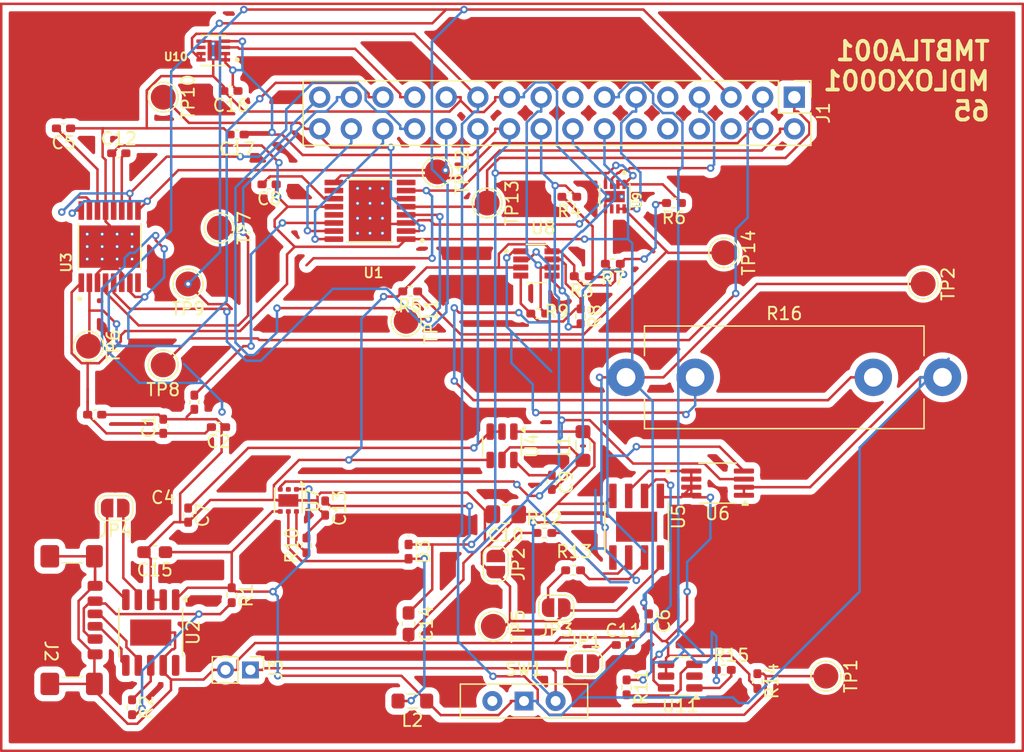
<source format=kicad_pcb>
(kicad_pcb (version 20241229) (generator "pcbnew") (generator_version "9.0")
  (layers (0 "F.Cu" signal) (2 "B.Cu" signal) (13 "F.Paste" user) (15 "B.Paste" user) (5 "F.SilkS" user "F.Silkscreen") (7 "B.SilkS" user "B.Silkscreen") (1 "F.Mask" user) (3 "B.Mask" user) (25 "Edge.Cuts" user))
  (net 0 "")
  (net 1 "GND")
  (net 2 "/Battery")
  (net 3 "Net-(U1-VINT)")
  (net 4 "Net-(U3-VINT)")
  (net 5 "/HV")
  (net 6 "Net-(U1-VCP)")
  (net 7 "Net-(U4-BST)")
  (net 8 "Net-(U4-SW)")
  (net 9 "Net-(JP2-B)")
  (net 10 "Net-(U3-VCP)")
  (net 11 "/3V3 Out")
  (net 12 "/5V Out")
  (net 13 "Net-(D3-A)")
  (net 14 "/MOTOR4_CTRL2")
  (net 15 "/Motor2_B_OUT")
  (net 16 "/USART2_TX")
  (net 17 "/MOTOR3_CTRL1")
  (net 18 "/MOTOR3_B_OUT")
  (net 19 "/Motor4_B_OUT")
  (net 20 "/MOTOR2_CTRL2")
  (net 22 "/MOTOR1_CTRL1")
  (net 23 "/MOTOR3_CTRL2")
  (net 24 "/EXT_LOAD2_OUT")
  (net 25 "/I2C1_SDA")
  (net 26 "/CTRL_EXT_LOAD2")
  (net 27 "/Motor2_A_OUT")
  (net 28 "/MOTOR4_CTRL1")
  (net 29 "/FAST_CHARGE_CTRL")
  (net 30 "/USART2_RX")
  (net 31 "/EXT_LOAD1_OUT")
  (net 32 "/MOTOR3_A_OUT")
  (net 33 "/MOTOR1_A_OUT")
  (net 34 "/MOTOR2_CTRL1")
  (net 35 "/CTRL_EXT_LOAD1")
  (net 36 "/Motor4_A_OUT")
  (net 37 "/MOTOR1_CTRL2")
  (net 38 "/I2C1_SCL")
  (net 39 "/MOTOR1_B_OUT")
  (net 40 "Net-(J2-VBUS-PadA9)")
  (net 41 "Net-(J2-CC2)")
  (net 42 "Net-(J2-CC1)")
  (net 43 "/BATT")
  (net 44 "Net-(U2-VBUS)")
  (net 45 "Net-(U6-ADJ)")
  (net 46 "Net-(U7-FB)")
  (net 47 "/3V3")
  (net 48 "Net-(U7-OC)")
  (net 49 "Net-(R11-Pad2)")
  (net 50 "Net-(U5-PROG)")
  (net 51 "Net-(U5-~{STDBY})")
  (net 52 "Net-(JP1-B)")
  (net 53 "Net-(JP3-B)")
  (net 54 "Net-(U5-~{CHRG})")
  (net 55 "Net-(R15-Pad2)")
  (net 56 "Net-(U8-IN+)")
  (net 58 "/MOTOR4_A_OUT")
  (net 59 "/MOTOR4_B_OUT")
  (net 60 "/MOTOR2_A_OUT")
  (net 61 "/MOTOR2_B_OUT")
  (net 64 "Net-(JP4-B)")
  (net 67 "Net-(U8-IN-)")
  (net 70 "Net-(JP4-A)")
  (net 71 "Net-(JP2-A)")
  (footprint "Footprint:TPS22965DSGR" (layer "F.Cu") (at 144.75 74.985 -90)
    (property "Reference" "U9")
    (property "Value" "TPS22965DSGR")
  )
  (footprint "Resistor_SMD:R_0402_1005Metric_Pad0.72x0.64mm_HandSolder" (layer "F.Cu") (at 139.0975 102)
    (property "Reference" "R12")
    (property "Value" "1K")
  )
  (footprint "Connector_PinHeader_2.00mm:PinHeader_1x02_P2.00mm_Vertical" (layer "F.Cu") (at 115.5 113 -90)
    (property "Reference" "J3")
    (property "Value" "Conn_01x02_Pin")
  )
  (footprint "TestPoint:TestPoint_Pad_D2.0mm" (layer "F.Cu") (at 134.5 75.5 -90)
    (property "Reference" "TP13")
    (property "Value" "TestPoint")
  )
  (footprint "TestPoint:TestPoint_Pad_D2.0mm" (layer "F.Cu") (at 113 77.5 -90)
    (property "Reference" "TP7")
    (property "Value" "TestPoint")
  )
  (footprint "Resistor_SMD:R_0402_1005Metric_Pad0.72x0.64mm_HandSolder" (layer "F.Cu") (at 142.0925 81.3787 180)
    (property "Reference" "R3")
    (property "Value" "10K")
  )
  (footprint "Resistor_SMD:R_0402_1005Metric_Pad0.72x0.64mm_HandSolder" (layer "F.Cu") (at 128.3275 82.6 180)
    (property "Reference" "R5")
    (property "Value" "10k")
  )
  (footprint "Resistor_SMD:R_0402_1005Metric_Pad0.72x0.64mm_HandSolder" (layer "F.Cu") (at 153.5 113)
    (property "Reference" "R15")
    (property "Value" "1.5K")
  )
  (footprint "Capacitor_SMD:C_0402_1005Metric_Pad0.74x0.62mm_HandSolder" (layer "F.Cu") (at 108.503 93.4301 90)
    (property "Reference" "C1")
    (property "Value" "1u")
  )
  (footprint "Connector_USB:USB_C_Receptacle_GCT_USB4135-GF-A_6P_TopMnt_Horizontal" (layer "F.Cu") (at 100 109 -90)
    (property "Reference" "J2")
    (property "Value" "TYPE-C 6P(040新)")
  )
  (footprint "Resistor_SMD:R_0402_1005Metric_Pad0.72x0.64mm_HandSolder" (layer "F.Cu") (at 138.6025 84.3787)
    (property "Reference" "R9")
    (property "Value" "4.7k")
  )
  (footprint "Package_SON:WSON-6-1EP_2x2mm_P0.65mm_EP1x1.6mm" (layer "F.Cu") (at 118.545 99.3875 -90)
    (property "Reference" "U7")
    (property "Value" "MT3608L")
  )
  (footprint "Resistor_SMD:R_0402_1005Metric_Pad0.72x0.64mm_HandSolder" (layer "F.Cu") (at 141.4025 105)
    (property "Reference" "R13")
    (property "Value" "1K")
  )
  (footprint "Resistor_SMD:R_0402_1005Metric_Pad0.72x0.64mm_HandSolder" (layer "F.Cu") (at 114 107 -90)
    (property "Reference" "R1")
    (property "Value" "1K")
  )
  (footprint "Footprint:DRV8833PWPR" (layer "F.Cu") (at 104.2 79 90)
    (property "Reference" "U3")
    (property "Value" "DRV8833PWPR")
  )
  (footprint "Capacitor_SMD:C_0402_1005Metric_Pad0.74x0.62mm_HandSolder" (layer "F.Cu") (at 110.5 100.5675 -90)
    (property "Reference" "C7")
    (property "Value" "10uF")
  )
  (footprint "Package_SO:MSOP-8_3x3mm_P0.65mm" (layer "F.Cu") (at 153 98 180)
    (property "Reference" "U6")
    (property "Value" "AP2114")
  )
  (footprint "Inductor_SMD:L_0805_2012Metric_Pad1.05x1.20mm_HandSolder" (layer "F.Cu") (at 142.195 95.0125 90)
    (property "Reference" "L1")
    (property "Value" "4.7uH")
  )
  (footprint "TestPoint:TestPoint_Pad_D2.0mm" (layer "F.Cu") (at 169.5 82 -90)
    (property "Reference" "TP2")
    (property "Value" "TestPoint")
  )
  (footprint "Resistor_SMD:R_0402_1005Metric_Pad0.72x0.64mm_HandSolder" (layer "F.Cu") (at 106 116 -90)
    (property "Reference" "R2")
    (property "Value" "10K")
  )
  (footprint "Package_TO_SOT_SMD:TSOT-23-6" (layer "F.Cu") (at 135.695 95 -90)
    (property "Reference" "U4")
    (property "Value" "AP63203WU")
  )
  (footprint "Resistor_SMD:R_0402_1005Metric_Pad0.72x0.64mm_HandSolder" (layer "F.Cu") (at 145.695 114.4025 -90)
    (property "Reference" "R11")
    (property "Value" "5.6K")
  )
  (footprint "Resistor_SMD:R_0402_1005Metric_Pad0.72x0.64mm_HandSolder" (layer "F.Cu") (at 149.5 75.5 180)
    (property "Reference" "R6")
    (property "Value" "100K")
  )
  (footprint "TestPoint:TestPoint_Pad_D2.0mm" (layer "F.Cu") (at 110.5 82 180)
    (property "Reference" "TP9")
    (property "Value" "TestPoint")
  )
  (footprint "Capacitor_SMD:C_0603_1608Metric_Pad1.08x0.95mm_HandSolder" (layer "F.Cu") (at 128.195 109.29 -90)
    (property "Reference" "C14")
    (property "Value" "22u")
  )
  (footprint "Footprint:INA219AIDCNR" (layer "F.Cu") (at 138.455 80.3537)
    (property "Reference" "U8")
    (property "Value" "INA219AIDCNR")
  )
  (footprint "Footprint:TP4056" (layer "F.Cu") (at 146.5 101.5 -90)
    (property "Reference" "U5")
    (property "Value" "TP4056")
  )
  (footprint "Capacitor_SMD:C_0603_1608Metric_Pad1.08x0.95mm_HandSolder" (layer "F.Cu") (at 107.82 103.5425 180)
    (property "Reference" "C15")
    (property "Value" "22u")
  )
  (footprint "Capacitor_SMD:C_0402_1005Metric_Pad0.74x0.62mm_HandSolder" (layer "F.Cu") (at 113.9325 66.5 180)
    (property "Reference" "C16")
    (property "Value" "1uF")
  )
  (footprint "Connector_PinHeader_2.54mm:PinHeader_2x16_P2.54mm_Vertical" (layer "F.Cu") (at 159.16 67 -90)
    (property "Reference" "J1")
    (property "Value" "Conn_02x16_Odd_Even")
  )
  (footprint "TestPoint:TestPoint_Pad_D2.0mm" (layer "F.Cu") (at 135 109.5 -90)
    (property "Reference" "TP5")
    (property "Value" "TestPoint")
  )
  (footprint "Capacitor_SMD:C_0402_1005Metric_Pad0.74x0.62mm_HandSolder" (layer "F.Cu") (at 145.4325 111)
    (property "Reference" "C11")
    (property "Value" "10u")
  )
  (footprint "Diode_SMD:D_0402_1005Metric_Pad0.77x0.64mm_HandSolder" (layer "F.Cu") (at 128.195 103.5 -90)
    (property "Reference" "D3")
    (property "Value" "D_Small")
  )
  (footprint "Jumper:SolderJumper-2_P1.3mm_Open_RoundedPad1.0x1.5mm" (layer "F.Cu") (at 135.195 104.5 -90)
    (property "Reference" "JP2")
    (property "Value" "Jumper_2_Open")
  )
  (footprint "Capacitor_SMD:C_0402_1005Metric_Pad0.74x0.62mm_HandSolder" (layer "F.Cu") (at 100.5 69.5 180)
    (property "Reference" "C5")
    (property "Value" "2.2uF")
  )
  (footprint "Resistor_SMD:R_0402_1005Metric_Pad0.72x0.64mm_HandSolder" (layer "F.Cu") (at 120 103 90)
    (property "Reference" "R10")
    (property "Value" "51K")
  )
  (footprint "Capacitor_SMD:C_0402_1005Metric_Pad0.74x0.62mm_HandSolder" (layer "F.Cu") (at 121.5 100 -90)
    (property "Reference" "C13")
    (property "Value" "4.7u")
  )
  (footprint "TestPoint:TestPoint_Pad_D2.0mm" (layer "F.Cu") (at 108.5 88.5 180)
    (property "Reference" "TP8")
    (property "Value" "TestPoint")
  )
  (footprint "Jumper:SolderJumper-2_P1.3mm_Open_RoundedPad1.0x1.5mm" (layer "F.Cu") (at 142.35 112.5)
    (property "Reference" "JP1")
    (property "Value" "Jumper_2_Open")
  )
  (footprint "Capacitor_SMD:C_0402_1005Metric_Pad0.74x0.62mm_HandSolder" (layer "F.Cu") (at 147.5 109.0675 -90)
    (property "Reference" "C6")
    (property "Value" "4.7u" (hide yes))
  )
  (footprint "Capacitor_SMD:C_0805_2012Metric_Pad1.18x1.45mm_HandSolder" (layer "F.Cu") (at 136 100.5 180)
    (property "Reference" "C10")
    (property "Value" "47u")
  )
  (footprint "Capacitor_SMD:C_0402_1005Metric_Pad0.74x0.62mm_HandSolder" (layer "F.Cu") (at 114.4325 70 180)
    (property "Reference" "C17")
    (property "Value" "1uF")
  )
  (footprint "Resistor_SMD:R_0402_1005Metric_Pad0.72x0.64mm_HandSolder" (layer "F.Cu") (at 142 84.5975 -90)
    (property "Reference" "R8")
    (property "Value" "4.7k")
  )
  (footprint "Capacitor_SMD:C_0402_1005Metric_Pad0.74x0.62mm_HandSolder" (layer "F.Cu") (at 111 91.5 90)
    (property "Reference" "C3" (hide yes))
    (property "Value" "2.2uF")
  )
  (footprint "Inductor_SMD:L_0805_2012Metric_Pad1.05x1.20mm_HandSolder" (layer "F.Cu") (at 128.5 115.5 180)
    (property "Reference" "L2")
    (property "Value" "4.7u")
  )
  (footprint "Capacitor_SMD:C_0402_1005Metric_Pad0.74x0.62mm_HandSolder" (layer "F.Cu") (at 104.9325 71.5)
    (property "Reference" "C12")
    (property "Value" "10nF")
  )
  (footprint "Resistor_THT:R_Axial_Shunt_L22.2mm_W8.0mm_PS14.30mm_P25.40mm" (layer "F.Cu") (at 145.65 89.5)
    (property "Reference" "R16")
    (property "Value" "0.5m")
  )
  (footprint "TestPoint:TestPoint_Pad_D2.0mm" (layer "F.Cu") (at 153.5 79.5 -90)
    (property "Reference" "TP14")
    (property "Value" "TestPoint")
  )
  (footprint "TestPoint:TestPoint_Pad_D2.0mm" (layer "F.Cu") (at 130.5 73 -90)
    (property "Reference" "TP12")
    (property "Value" "TestPoint")
  )
  (footprint "TestPoint:TestPoint_Pad_D2.0mm" (layer "F.Cu") (at 102.5 87 -90)
    (property "Reference" "TP6")
    (property "Value" "TestPoint")
  )
  (footprint "Package_SO:SSOP-10-1EP_3.9x4.9mm_P1mm_EP2.1x3.3mm" (layer "F.Cu") (at 107.5 110 -90)
    (property "Reference" "U2")
    (property "Value" "CH224K")
  )
  (footprint "Button_Switch_THT:SW_Slide-03_Wuerth-WS-SLTV_10x2.5x6.4_P2.54mm" (layer "F.Cu") (at 137.46 115.5)
    (property "Reference" "SW1")
    (property "Value" "SS-12D10L9" (hide yes))
  )
  (footprint "Resistor_SMD:R_0402_1005Metric_Pad0.72x0.64mm_HandSolder" (layer "F.Cu") (at 144.5925 80.3787 180)
    (property "Reference" "R7")
    (property "Value" "10K")
  )
  (footprint "TestPoint:TestPoint_Pad_D2.0mm" (layer "F.Cu") (at 108.503 67 -90)
    (property "Reference" "TP10")
    (property "Value" "TestPoint")
  )
  (footprint "Capacitor_SMD:C_0402_1005Metric_Pad0.74x0.62mm_HandSolder" (layer "F.Cu") (at 139.695 97.9325 -90)
    (property "Reference" "C9")
    (property "Value" "100n")
  )
  (footprint "TestPoint:TestPoint_Pad_D2.0mm" (layer "F.Cu") (at 161.695 113.5 -90)
    (property "Reference" "TP1")
    (property "Value" "TestPoint")
  )
  (footprint "Jumper:SolderJumper-2_P1.3mm_Open_RoundedPad1.0x1.5mm" (layer "F.Cu") (at 140.045 108 180)
    (property "Reference" "JP3")
    (property "Value" "Jumper_2_Open")
  )
  (footprint "Capacitor_SMD:C_0402_1005Metric_Pad0.74x0.62mm_HandSolder" (layer "F.Cu") (at 117.003 74 180)
    (property "Reference" "C8")
    (property "Value" "10nF")
  )
  (footprint "Resistor_SMD:R_0402_1005Metric_Pad0.72x0.64mm_HandSolder" (layer "F.Cu") (at 141.0975 75 180)
    (property "Reference" "R4")
    (property "Value" "33K")
  )
  (footprint "Resistor_SMD:R_0402_1005Metric_Pad0.72x0.64mm_HandSolder" (layer "F.Cu") (at 156.195 113.9025 -90)
    (property "Reference" "R14")
    (property "Value" "10k")
  )
  (footprint "Capacitor_SMD:C_0402_1005Metric_Pad0.74x0.62mm_HandSolder" (layer "F.Cu") (at 112.9355 93.4976 180)
    (property "Reference" "C2")
    (property "Value" "10uF")
  )
  (footprint "Jumper:SolderJumper-2_P1.3mm_Open_RoundedPad1.0x1.5mm" (layer "F.Cu") (at 104.65 100 180)
    (property "Reference" "JP4")
    (property "Value" "Jumper_2_Open")
  )
  (footprint "Capacitor_SMD:C_0402_1005Metric_Pad0.74x0.62mm_HandSolder" (layer "F.Cu") (at 103.003 92.4976 180)
    (property "Reference" "C4")
    (property "Value" "10uF")
  )
  (footprint "Footprint:DRV8833PWPR" (layer "F.Cu") (at 125.1 76.125 180)
    (property "Reference" "U1")
    (property "Value" "DRV8833PWPR")
  )
  (footprint "Package_TO_SOT_SMD:SOT-23-6" (layer "F.Cu") (at 150 113.5 180)
    (property "Reference" "U11")
    (property "Value" "TS5A3159ADBVR")
  )
  (footprint "TestPoint:TestPoint_Pad_D2.0mm" (layer "F.Cu") (at 128 85 -90)
    (property "Reference" "TP11")
    (property "Value" "TestPoint")
  )
  (footprint "Footprint:TPS22965DSGR" (layer "F.Cu") (at 112.515 63.25 180)
    (property "Reference" "U10")
    (property "Value" "TPS22965DSGR")
  )
  (gr_rect (start 95.5 59.5) (end 177.5 119.5) (stroke (width 0.2)) (fill no) (layer "F.Cu") (net 67))
  (gr_text "TMBTLA001\nMDLOXO001\n65" (at 175 69 0) (layer "F.SilkS") (effects (font (size 1.5 1.5) (thickness 0.3) (bold yes)) (justify left bottom mirror)))
  (segment (start 148.8625 112.55) (end 148.8625 113.5) (width 0.2) (layer "F.Cu") (net 1))
  (segment (start 125.173 76.125) (end 125.6 75.6984) (width 0.2) (layer "F.Cu") (net 1))
  (segment (start 103.032 111.75) (end 103.0325 111.75) (width 0.2) (layer "F.Cu") (net 1))
  (segment (start 140.3998 110.3859) (end 139.9437 110.842) (width 0.2) (layer "F.Cu") (net 1))
  (segment (start 102.9775 114.125) (end 102.978 114.125) (width 0.2) (layer "F.Cu") (net 1))
  (segment (start 150.552 108.9943) (end 150.552 106.7125) (width 0.2) (layer "F.Cu") (net 1))
  (segment (start 151.0484 99.1359) (end 150.8875 98.975) (width 0.2) (layer "F.Cu") (net 1))
  (segment (start 113.5 113) (end 112.523 113) (width 0.2) (layer "F.Cu") (net 1))
  (segment (start 144.767 81.1504) (end 144.767 81.7586) (width 0.2) (layer "F.Cu") (net 1))
  (segment (start 112.515 65.3085) (end 113.365 66.1585) (width 0.2) (layer "F.Cu") (net 1))
  (segment (start 106.958 103.542) (end 107.533 102.967) (width 0.2) (layer "F.Cu") (net 1))
  (segment (start 121.4998 100.5677) (end 121.5 100.568) (width 0.2) (layer "F.Cu") (net 1))
  (segment (start 147.5 109.635) (end 146.7491 110.3859) (width 0.2) (layer "F.Cu") (net 1))
  (segment (start 139.9437 110.842) (end 128.195 110.842) (width 0.2) (layer "F.Cu") (net 1))
  (segment (start 131.488 68.1522) (end 132.372 67.2685) (width 0.2) (layer "F.Cu") (net 1))
  (segment (start 146 110.3859) (end 140.3998 110.3859) (width 0.2) (layer "F.Cu") (net 1))
  (segment (start 111 92.0675) (end 110.3892 92.6783) (width 0.2) (layer "F.Cu") (net 1))
  (segment (start 149.0307 110.852) (end 148.8625 110.6838) (width 0.2) (layer "F.Cu") (net 1))
  (segment (start 148.5082 99.1282) (end 150.0843 99.1282) (width 0.2) (layer "F.Cu") (net 1))
  (segment (start 121.5 100.5675) (end 121.4998 100.5677) (width 0.2) (layer "F.Cu") (net 1))
  (segment (start 103.875 76.1) (end 103.875 72.0386) (width 0.2) (layer "F.Cu") (net 1))
  (segment (start 109.333 111.352) (end 109.452 111.233) (width 0.2) (layer "F.Cu") (net 1))
  (segment (start 112.515 63.25) (end 112.515 62.7) (width 0.2) (layer "F.Cu") (net 1))
  (segment (start 148.5488 110.6838) (end 148.8625 110.6838) (width 0.2) (layer "F.Cu") (net 1))
  (segment (start 114.477 113) (end 113.5 113) (width 0.2) (layer "F.Cu") (net 1))
  (segment (start 103.032 103.93) (end 103.032 105.09) (width 0.2) (layer "F.Cu") (net 1))
  (segment (start 129.651 80.6787) (end 135.439 80.6787) (width 0.2) (layer "F.Cu") (net 1))
  (segment (start 134.325 102.69) (end 132.6 104.415) (width 0.2) (layer "F.Cu") (net 1))
  (segment (start 132.6 104.415) (end 132.6 105.748) (width 0.2) (layer "F.Cu") (net 1))
  (segment (start 135.439 79.5838) (end 136.206 78.8169) (width 0.2) (layer "F.Cu") (net 1))
  (segment (start 127.923 77.1767) (end 125.913 77.1767) (width 0.2) (layer "F.Cu") (net 1))
  (segment (start 102.978 103.875) (end 103.032 103.93) (width 0.2) (layer "F.Cu") (net 1))
  (segment (start 152.4231 99.1359) (end 151.0484 99.1359) (width 0.2) (layer "F.Cu") (net 1))
  (segment (start 103.554 80.7924) (end 103.225 81.121) (width 0.2) (layer "F.Cu") (net 1))
  (segment (start 103.57 92.4976) (end 103.5705 92.4976) (width 0.2) (layer "F.Cu") (net 1))
  (segment (start 113.365 66.5) (end 115.017 68.1522) (width 0.2) (layer "F.Cu") (net 1))
  (segment (start 103.012 111.75) (end 103.032 111.75) (width 0.2) (layer "F.Cu") (net 1))
  (segment (start 126.675 75.15) (end 128 75.15) (width 0.2) (layer "F.Cu") (net 1))
  (segment (start 126.194 83.0124) (end 127.318 83.0124) (width 0.2) (layer "F.Cu") (net 1))
  (segment (start 104.2 80.7924) (end 103.554 80.7924) (width 0.2) (layer "F.Cu") (net 1))
  (segment (start 109.124 114.62) (end 109.124 113.777) (width 0.2) (layer "F.Cu") (net 1))
  (segment (start 128.195 110.152) (end 128.195 110.1525) (width 0.2) (layer "F.Cu") (net 1))
  (segment (start 110.3892 92.8626) (end 112.789 92.8626) (width 0.2) (layer "F.Cu") (net 1))
  (segment (start 121.156 98.7627) (end 132.906 98.7627) (width 0.2) (layer "F.Cu") (net 1))
  (segment (start 113.365 69.5) (end 113.865 70) (width 0.2) (layer "F.Cu") (net 1))
  (segment (start 102.992 111.75) (end 103.012 111.75) (width 0.2) (layer "F.Cu") (net 1))
  (segment (start 155.5435 113.3404) (end 154.075 111.8719) (width 0.2) (layer "F.Cu") (net 1))
  (segment (start 106.9575 103.5425) (end 106.958 103.542) (width 0.2) (layer "F.Cu") (net 1))
  (segment (start 147.4633 97.025) (end 150.8875 97.025) (width 0.2) (layer "F.Cu") (net 1))
  (segment (start 128.774 77.1) (end 128 77.1) (width 0.2) (layer "F.Cu") (net 1))
  (segment (start 128.195 110.1525) (end 128.195 110.842) (width 0.2) (layer "F.Cu") (net 1))
  (segment (start 104.2 79) (end 104.2 77.3002) (width 0.2) (layer "F.Cu") (net 1))
  (segment (start 103.5705 92.4976) (end 108.138 92.4976) (width 0.2) (layer "F.Cu") (net 1))
  (segment (start 144.2 74.985) (end 144 75.185) (width 0.2) (layer "F.Cu") (net 1))
  (segment (start 125.6 75.6984) (end 125.6 75.3351) (width 0.2) (layer "F.Cu") (net 1))
  (segment (start 134.246 68.1906) (end 133.294 68.1906) (width 0.2) (layer "F.Cu") (net 1))
  (segment (start 106.958 103.542) (end 107.533 102.967) (width 0.2) (layer "F.Cu") (net 1))
  (segment (start 104.844 80.7924) (end 104.2 80.7924) (width 0.2) (layer "F.Cu") (net 1))
  (segment (start 103.638 69.5) (end 107.18 69.5) (width 0.2) (layer "F.Cu") (net 1))
  (segment (start 103.012 111.75) (end 103.032 111.75) (width 0.2) (layer "F.Cu") (net 1))
  (segment (start 141.908 77.1758) (end 141.853 77.2303) (width 0.2) (layer "F.Cu") (net 1))
  (segment (start 114.477 112.238) (end 114.477 113) (width 0.2) (layer "F.Cu") (net 1))
  (segment (start 146 110.3859) (end 146 111) (width 0.2) (layer "F.Cu") (net 1))
  (segment (start 126.55 75.0254) (end 126.675 75.15) (width 0.2) (layer "F.Cu") (net 1))
  (segment (start 106.416 117.327) (end 109.124 114.62) (width 0.2) (layer "F.Cu") (net 1))
  (segment (start 107.533 102.967) (end 109.365 101.135) (width 0.2) (layer "F.Cu") (net 1))
  (segment (start 112.523 113) (end 111.746 113.777) (width 0.2) (layer "F.Cu") (net 1))
  (segment (start 112.515 63.8) (end 112.515 65.3085) (width 0.2) (layer "F.Cu") (net 1))
  (segment (start 144.75 74.985) (end 144.2 74.985) (width 0.2) (layer "F.Cu") (net 1))
  (segment (start 105.651 117.327) (end 106.416 117.327) (width 0.2) (layer "F.Cu") (net 1))
  (segment (start 109.365 101.135) (end 109.862 101.135) (width 0.2) (layer "F.Cu") (net 1))
  (segment (start 132.906 98.7627) (end 134.325 100.181) (width 0.2) (layer "F.Cu") (net 1))
  (segment (start 103.032 111.75) (end 102.978 111.805) (width 0.2) (layer "F.Cu") (net 1))
  (segment (start 144.767 81.7586) (end 144.417 82.1083) (width 0.2) (layer "F.Cu") (net 1))
  (segment (start 118.545 99.3875) (end 117.658 99.3875) (width 0.2) (layer "F.Cu") (net 1))
  (segment (start 147.5 109.635) (end 148.5488 110.6838) (width 0.2) (layer "F.Cu") (net 1))
  (segment (start 109.214 111.352) (end 109.333 111.352) (width 0.2) (layer "F.Cu") (net 1))
  (segment (start 102.978 114.654) (end 105.651 117.327) (width 0.2) (layer "F.Cu") (net 1))
  (segment (start 141.853 77.2303) (end 130.272 77.2303) (width 0.2) (layer "F.Cu") (net 1))
  (segment (start 118.545 99.3875) (end 120.888 99.3875) (width 0.2) (layer "F.Cu") (net 1))
  (segment (start 102.9775 103.875) (end 102.978 103.875) (width 0.2) (layer "F.Cu") (net 1))
  (segment (start 127.318 83.0124) (end 127.73 82.6) (width 0.2) (layer "F.Cu") (net 1))
  (segment (start 101.068 69.5) (end 101.0675 69.5) (width 0.2) (layer "F.Cu") (net 1))
  (segment (start 108.332 65.3085) (end 112.515 65.3085) (width 0.2) (layer "F.Cu") (net 1))
  (segment (start 117.386 98.1576) (end 117.386 99.3531) (width 0.2) (layer "F.Cu") (net 1))
  (segment (start 136.206 78.8169) (end 139.148 78.8169) (width 0.2) (layer "F.Cu") (net 1))
  (segment (start 108.5 107.3625) (end 108.5 107.362) (width 0.2) (layer "F.Cu") (net 1))
  (segment (start 144.417 82.1083) (end 142.225 82.1083) (width 0.2) (layer "F.Cu") (net 1))
  (segment (start 141.495 80.5137) (end 140.36 79.3787) (width 0.2) (layer "F.Cu") (net 1))
  (segment (start 102.978 111.805) (end 102.978 114.125) (width 0.2) (layer "F.Cu") (net 1))
  (segment (start 117.624 99.3532) (end 117.624 99.3531) (width 0.2) (layer "F.Cu") (net 1))
  (segment (start 142.225 82.1083) (end 141.495 81.3787) (width 0.2) (layer "F.Cu") (net 1))
  (segment (start 107.5 107.362) (end 107.5 104.085) (width 0.2) (layer "F.Cu") (net 1))
  (segment (start 135.148 67.2879) (end 134.246 68.1906) (width 0.2) (layer "F.Cu") (net 1))
  (segment (start 115.873 110.842) (end 114.477 112.238) (width 0.2) (layer "F.Cu") (net 1))
  (segment (start 110.3892 92.6783) (end 110.3892 92.8626) (width 0.2) (layer "F.Cu") (net 1))
  (segment (start 112.282 99.3531) (end 110.5 101.135) (width 0.2) (layer "F.Cu") (net 1))
  (segment (start 133.294 68.1906) (end 132.372 67.2685) (width 0.2) (layer "F.Cu") (net 1))
  (segment (start 120 102.4025) (end 120 102.402) (width 0.2) (layer "F.Cu") (net 1))
  (segment (start 117.624 99.3531) (end 117.386 99.3531) (width 0.2) (layer "F.Cu") (net 1))
  (segment (start 113.186 93.4976) (end 113.186 95.5143) (width 0.2) (layer "F.Cu") (net 1))
  (segment (start 125.913 77.1767) (end 125.648 76.9121) (width 0.2) (layer "F.Cu") (net 1))
  (segment (start 107.18 66.4608) (end 108.332 65.3085) (width 0.2) (layer "F.Cu") (net 1))
  (segment (start 109.452 110) (end 107.5 110) (width 0.2) (layer "F.Cu") (net 1))
  (segment (start 123.3984 96.1375) (end 119.406 96.1375) (width 0.2) (layer "F.Cu") (net 1))
  (segment (start 104.2 79) (end 104.2 80.7924) (width 0.2) (layer "F.Cu") (net 1))
  (segment (start 105.175 81.9) (end 105.175 81.1237) (width 0.2) (layer "F.Cu") (net 1))
  (segment (start 103.0325 105.0905) (end 103.0325 106.25) (width 0.2) (layer "F.Cu") (net 1))
  (segment (start 113.186 93.2595) (end 113.186 93.4976) (width 0.2) (layer "F.Cu") (net 1))
  (segment (start 112.315 62.5) (end 111.53 62.5) (width 0.2) (layer "F.Cu") (net 1))
  (segment (start 134.325 100.181) (end 134.325 100.5) (width 0.2) (layer "F.Cu") (net 1))
  (segment (start 108.138 92.4976) (end 108.503 92.8626) (width 0.2) (layer "F.Cu") (net 1))
  (segment (start 150.8875 97.675) (end 150.8875 98.325) (width 0.2) (layer "F.Cu") (net 1))
  (segment (start 102.992 111.75) (end 103.012 111.75) (width 0.2) (layer "F.Cu") (net 1))
  (segment (start 107.5 107.3625) (end 107.5 107.362) (width 0.2) (layer "F.Cu") (net 1))
  (segment (start 148.8625 112.0401) (end 149.0307 111.8719) (width 0.2) (layer "F.Cu") (net 1))
  (segment (start 99.3975 114.125) (end 102.9775 114.125) (width 0.2) (layer "F.Cu") (net 1))
  (segment (start 120.888 99.9552) (end 121.4998 100.5677) (width 0.2) (layer "F.Cu") (net 1))
  (segment (start 109.862 98.8382) (end 109.862 101.135) (width 0.2) (layer "F.Cu") (net 1))
  (segment (start 112.789 92.8626) (end 113.186 93.2595) (width 0.2) (layer "F.Cu") (net 1))
  (segment (start 148.8625 112.55) (end 148.8625 112.0401) (width 0.2) (layer "F.Cu") (net 1))
  (segment (start 103.875 76.9752) (end 103.875 76.1) (width 0.2) (layer "F.Cu") (net 1))
  (segment (start 113.365 66.1585) (end 113.365 66.5) (width 0.2) (layer "F.Cu") (net 1))
  (segment (start 134.962 100.5) (end 134.325 100.5) (width 0.2) (layer "F.Cu") (net 1))
  (segment (start 107.5 104.085) (end 106.958 103.542) (width 0.2) (layer "F.Cu") (net 1))
  (segment (start 129.922 76.8804) (end 128.994 76.8804) (width 0.2) (layer "F.Cu") (net 1))
  (segment (start 145.3 74.985) (end 144.75 74.985) (width 0.2) (layer "F.Cu") (net 1))
  (segment (start 103.032 105.09) (end 103.032 106.25) (width 0.2) (layer "F.Cu") (net 1))
  (segment (start 103.638 71.8013) (end 103.638 69.5) (width 0.2) (layer "F.Cu") (net 1))
  (segment (start 102.92 106.25) (end 101.709 107.461) (width 0.2) (layer "F.Cu") (net 1))
  (segment (start 121.5 100.568) (end 120 102.068) (width 0.2) (layer "F.Cu") (net 1))
  (segment (start 136.3 67) (end 135.148 67) (width 0.2) (layer "F.Cu") (net 1))
  (segment (start 125.6 75.3351) (end 125.91 75.0254) (width 0.2) (layer "F.Cu") (net 1))
  (segment (start 120.888 99.3875) (end 120.888 99.9552) (width 0.2) (layer "F.Cu") (net 1))
  (segment (start 117.386 99.3531) (end 112.282 99.3531) (width 0.2) (layer "F.Cu") (net 1))
  (segment (start 134.962 100.5) (end 134.9625 100.5) (width 0.2) (layer "F.Cu") (net 1))
  (segment (start 150.0843 99.1282) (end 150.8875 98.325) (width 0.2) (layer "F.Cu") (net 1))
  (segment (start 120 102.068) (end 120 102.402) (width 0.2) (layer "F.Cu") (net 1))
  (segment (start 148.8625 110.6838) (end 150.552 108.9943) (width 0.2) (layer "F.Cu") (net 1))
  (segment (start 130.272 77.2303) (end 129.922 76.8804) (width 0.2) (layer "F.Cu") (net 1))
  (segment (start 113.186 93.4976) (end 113.503 93.4976) (width 0.2) (layer "F.Cu") (net 1))
  (segment (start 154.075 111.8719) (end 149.0307 111.8719) (width 0.2) (layer "F.Cu") (net 1))
  (segment (start 113.186 95.5143) (end 109.862 98.8382) (width 0.2) (layer "F.Cu") (net 1))
  (segment (start 144 75.185) (end 144 75.97) (width 0.2) (layer "F.Cu") (net 1))
  (segment (start 108.503 92.8626) (end 110.3892 92.8626) (width 0.2) (layer "F.Cu") (net 1))
  (segment (start 135.148 67) (end 135.148 67.2879) (width 0.2) (layer "F.Cu") (net 1))
  (segment (start 145.865 99.025) (end 145.865 98.6233) (width 0.2) (layer "F.Cu") (net 1))
  (segment (start 125.91 75.0254) (end 126.55 75.0254) (width 0.2) (layer "F.Cu") (net 1))
  (segment (start 134.745 96.1375) (end 123.3984 96.1375) (width 0.2) (layer "F.Cu") (net 1))
  (segment (start 149.0307 111.8719) (end 149.0307 110.852) (width 0.2) (layer "F.Cu") (net 1))
  (segment (start 141.495 81.3787) (end 141.495 80.5137) (width 0.2) (layer "F.Cu") (net 1))
  (segment (start 135.439 80.6787) (end 135.439 79.5838) (width 0.2) (layer "F.Cu") (net 1))
  (segment (start 143.995 80.3787) (end 144.767 81.1504) (width 0.2) (layer "F.Cu") (net 1))
  (segment (start 103.225 81.121) (end 103.225 81.9) (width 0.2) (layer "F.Cu") (net 1))
  (segment (start 148.405 99.025) (end 148.5082 99.1282) (width 0.2) (layer "F.Cu") (net 1))
  (segment (start 108.5 113.153) (end 108.5 112.6375) (width 0.2) (layer "F.Cu") (net 1))
  (segment (start 146.7491 110.3859) (end 146 110.3859) (width 0.2) (layer "F.Cu") (net 1))
  (segment (start 101.709 107.461) (end 101.709 110.506) (width 0.2) (layer "F.Cu") (net 1))
  (segment (start 117.658 99.3875) (end 117.624 99.3532) (width 0.2) (layer "F.Cu") (net 1))
  (segment (start 139.148 78.8169) (end 139.71 79.3787) (width 0.2) (layer "F.Cu") (net 1))
  (segment (start 104.2 77.3002) (end 103.875 76.9752) (width 0.2) (layer "F.Cu") (net 1))
  (segment (start 128 77.1) (end 127.923 77.1767) (width 0.2) (layer "F.Cu") (net 1))
  (segment (start 99.3975 103.875) (end 102.9775 103.875) (width 0.2) (layer "F.Cu") (net 1))
  (segment (start 143.995 75.975) (end 143.995 80.3787) (width 0.2) (layer "F.Cu") (net 1))
  (segment (start 135.439 80.6787) (end 137.2 80.6787) (width 0.2) (layer "F.Cu") (net 1))
  (segment (start 140.36 79.3787) (end 139.71 79.3787) (width 0.2) (layer "F.Cu") (net 1))
  (segment (start 128.195 110.842) (end 115.873 110.842) (width 0.2) (layer "F.Cu") (net 1))
  (segment (start 109.452 111.233) (end 109.452 110) (width 0.2) (layer "F.Cu") (net 1))
  (segment (start 102.953 111.75) (end 102.992 111.75) (width 0.2) (layer "F.Cu") (net 1))
  (segment (start 102.978 114.125) (end 102.978 114.654) (width 0.2) (layer "F.Cu") (net 1))
  (segment (start 101.068 69.5) (end 103.638 69.5) (width 0.2) (layer "F.Cu") (net 1))
  (segment (start 115.017 68.1522) (end 131.488 68.1522) (width 0.2) (layer "F.Cu") (net 1))
  (segment (start 108.5 112.6375) (end 108.5 112.065) (width 0.2) (layer "F.Cu") (net 1))
  (segment (start 103.032 106.25) (end 102.92 106.25) (width 0.2) (layer "F.Cu") (net 1))
  (segment (start 103.032 105.09) (end 103.0325 105.0905) (width 0.2) (layer "F.Cu") (net 1))
  (segment (start 120.888 99.3875) (end 120.888 99.0306) (width 0.2) (layer "F.Cu") (net 1))
  (segment (start 107.18 69.5) (end 113.365 69.5) (width 0.2) (layer "F.Cu") (net 1))
  (segment (start 119.406 96.1375) (end 117.386 98.1576) (width 0.2) (layer "F.Cu") (net 1))
  (segment (start 125.648 76.9121) (end 125.648 76.5999) (width 0.2) (layer "F.Cu") (net 1))
  (segment (start 105.175 81.1237) (end 104.844 80.7924) (width 0.2) (layer "F.Cu") (net 1))
  (segment (start 107.18 69.5) (end 107.18 66.4608) (width 0.2) (layer "F.Cu") (net 1))
  (segment (start 150.8875 97.025) (end 150.8875 97.675) (width 0.2) (layer "F.Cu") (net 1))
  (segment (start 144 75.97) (end 143.995 75.975) (width 0.2) (layer "F.Cu") (net 1))
  (segment (start 101.709 110.506) (end 102.953 111.75) (width 0.2) (layer "F.Cu") (net 1))
  (segment (start 132.372 67.2685) (end 132.372 67) (width 0.2) (layer "F.Cu") (net 1))
  (segment (start 155.5435 113.8485) (end 155.5435 113.3404) (width 0.2) (layer "F.Cu") (net 1))
  (segment (start 112.515 62.7) (end 112.315 62.5) (width 0.2) (layer "F.Cu") (net 1))
  (segment (start 134.325 100.5) (end 134.325 102.69) (width 0.2) (layer "F.Cu") (net 1))
  (segment (start 108.5 112.065) (end 109.214 111.352) (width 0.2) (layer "F.Cu") (net 1))
  (segment (start 110.5 101.135) (end 109.862 101.135) (width 0.2) (layer "F.Cu") (net 1))
  (segment (start 150.8875 98.325) (end 150.8875 98.975) (width 0.2) (layer "F.Cu") (net 1))
  (segment (start 125.173 76.125) (end 125.1 76.125) (width 0.2) (layer "F.Cu") (net 1))
  (segment (start 103.875 72.0386) (end 103.638 71.8013) (width 0.2) (layer "F.Cu") (net 1))
  (segment (start 132.6 105.748) (end 128.195 110.152) (width 0.2) (layer "F.Cu") (net 1))
  (segment (start 120.888 99.0306) (end 121.156 98.7627) (width 0.2) (layer "F.Cu") (net 1))
  (segment (start 108.5 107.362) (end 107.5 107.362) (width 0.2) (layer "F.Cu") (net 1))
  (segment (start 145.865 98.6233) (end 147.4633 97.025) (width 0.2) (layer "F.Cu") (net 1))
  (segment (start 111.746 113.777) (end 109.124 113.777) (width 0.2) (layer "F.Cu") (net 1))
  (segment (start 156.195 114.5) (end 155.5435 113.8485) (width 0.2) (layer "F.Cu") (net 1))
  (segment (start 132.372 67) (end 131.22 67) (width 0.2) (layer "F.Cu") (net 1))
  (segment (start 141.591 110.842) (end 139.9437 110.842) (width 0.2) (layer "F.Cu") (net 1))
  (segment (start 128.994 76.8804) (end 128.774 77.1) (width 0.2) (layer "F.Cu") (net 1))
  (segment (start 125.648 76.5999) (end 125.173 76.125) (width 0.2) (layer "F.Cu") (net 1))
  (segment (start 109.124 113.777) (end 108.5 113.153) (width 0.2) (layer "F.Cu") (net 1))
  (segment (start 127.73 82.6) (end 129.651 80.6787) (width 0.2) (layer "F.Cu") (net 1))
  (via (at 150.552 106.7125) (size 0.6) (drill 0.3) (layers "F.Cu" "B.Cu") (net 1))
  (via (at 126.194 83.0124) (size 0.6) (drill 0.3) (layers "F.Cu" "B.Cu") (net 1))
  (via (at 141.908 77.1758) (size 0.6) (drill 0.3) (layers "F.Cu" "B.Cu") (net 1))
  (via (at 152.4231 99.1359) (size 0.6) (drill 0.3) (layers "F.Cu" "B.Cu") (net 1))
  (via (at 123.3984 96.1375) (size 0.6) (drill 0.3) (layers "F.Cu" "B.Cu") (net 1))
  (segment (start 136.3 67) (end 137.452 67) (width 0.2) (layer "B.Cu") (net 1))
  (segment (start 150.552 104.338) (end 151.795 103.095) (width 0.2) (layer "B.Cu") (net 1))
  (segment (start 137.452 66.7121) (end 138.357 65.8065) (width 0.2) (layer "B.Cu") (net 1))
  (segment (start 144.149 74.9342) (end 144.2 74.985) (width 0.2) (layer "B.Cu") (net 1))
  (segment (start 126.194 83.0124) (end 124.411 84.7948) (width 0.2) (layer "B.Cu") (net 1))
  (segment (start 139.38 65.8065) (end 140.11 66.5361) (width 0.2) (layer "B.Cu") (net 1))
  (segment (start 124.411 84.7948) (end 124.411 88.9976) (width 0.2) (layer "B.Cu") (net 1))
  (segment (start 137.452 67) (end 137.452 66.7121) (width 0.2) (layer "B.Cu") (net 1))
  (segment (start 140.11 66.5361) (end 140.11 70.8948) (width 0.2) (layer "B.Cu") (net 1))
  (segment (start 124.411 88.9976) (end 124.411 95.1249) (width 0.2) (layer "B.Cu") (net 1))
  (segment (start 138.357 65.8065) (end 139.38 65.8065) (width 0.2) (layer "B.Cu") (net 1))
  (segment (start 124.411 95.1249) (end 123.3984 96.1375) (width 0.2) (layer "B.Cu") (net 1))
  (segment (start 142.064 72.8493) (end 144.149 74.9342) (width 0.2) (layer "B.Cu") (net 1))
  (segment (start 151.795 103.095) (end 152.4231 102.4669) (width 0.2) (layer "B.Cu") (net 1))
  (segment (start 142.064 72.8491) (end 142.064 72.8493) (width 0.2) (layer "B.Cu") (net 1))
  (segment (start 150.552 106.844) (end 150.552 106.7125) (width 0.2) (layer "B.Cu") (net 1))
  (segment (start 140.11 70.8948) (end 142.064 72.8491) (width 0.2) (layer "B.Cu") (net 1))
  (segment (start 112.515 62.7) (end 112.515 63.8) (width 0.2) (layer "B.Cu") (net 1))
  (segment (start 144.149 74.9342) (end 141.908 77.1758) (width 0.2) (layer "B.Cu") (net 1))
  (segment (start 152.4231 102.4669) (end 152.4231 99.1359) (width 0.2) (layer "B.Cu") (net 1))
  (segment (start 150.552 106.7125) (end 150.552 104.338) (width 0.2) (layer "B.Cu") (net 1))
  (segment (start 101.15 87.5623) (end 101.953 88.3656) (width 0.2) (layer "F.Cu") (net 2))
  (segment (start 114.0055 106.4075) (end 114 106.402) (width 0.2) (layer "F.Cu") (net 2))
  (segment (start 108.6825 103.542) (end 108.682 103.542) (width 0.2) (layer "F.Cu") (net 2))
  (segment (start 102.436 90.4321) (end 102.436 91.4648) (width 0.2) (layer "F.Cu") (net 2))
  (segment (start 118.439 82.0068) (end 114.664 85.7819) (width 0.2) (layer "F.Cu") (net 2))
  (segment (start 117.268 100.275) (end 114 103.542) (width 0.2) (layer "F.Cu") (net 2))
  (segment (start 136.408 115.5) (end 136.408 115.632) (width 0.2) (layer "F.Cu") (net 2))
  (segment (start 118.491 75.8) (end 122.2 75.8) (width 0.2) (layer "F.Cu") (net 2))
  (segment (start 127.385 79.0149) (end 119.054 79.0149) (width 0.2) (layer "F.Cu") (net 2))
  (segment (start 105.1 86.6085) (end 103.343 88.3656) (width 0.2) (layer "F.Cu") (net 2))
  (segment (start 117.57 74.0005) (end 117.57 74.4398) (width 0.2) (layer "F.Cu") (net 2))
  (segment (start 160.4233 98.325) (end 169.2483 89.5) (width 0.2) (layer "F.Cu") (net 2))
  (segment (start 103.936 93.9976) (end 108.503 93.9976) (width 0.2) (layer "F.Cu") (net 2))
  (segment (start 101.15 82.675) (end 101.15 87.5623) (width 0.2) (layer "F.Cu") (net 2))
  (segment (start 101.925 81.9) (end 101.15 82.675) (width 0.2) (layer "F.Cu") (net 2))
  (segment (start 114 103.542) (end 108.6825 103.542) (width 0.2) (layer "F.Cu") (net 2))
  (segment (start 114.31 106.712) (end 114.011 106.413) (width 0.2) (layer "F.Cu") (net 2))
  (segment (start 114.0055 106.4075) (end 114 106.402) (width 0.2) (layer "F.Cu") (net 2))
  (segment (start 137.46 115.5) (end 136.408 115.5) (width 0.2) (layer "F.Cu") (net 2))
  (segment (start 114.664 85.7819) (end 105.453 85.7819) (width 0.2) (layer "F.Cu") (net 2))
  (segment (start 102.436 91.4648) (end 102.4355 91.4653) (width 0.2) (layer "F.Cu") (net 2))
  (segment (start 104.445 71.58) (end 104.445 71.4761) (width 0.2) (layer "F.Cu") (net 2))
  (segment (start 104.525 71.66) (end 104.445 71.58) (width 0.2) (layer "F.Cu") (net 2))
  (segment (start 142.323 78.4) (end 128 78.4) (width 0.2) (layer "F.Cu") (net 2))
  (segment (start 147.5 108.5) (end 147.0776 108.0776) (width 0.2) (layer "F.Cu") (net 2))
  (segment (start 135.411 116.629) (end 130.779 116.629) (width 0.2) (layer "F.Cu") (net 2))
  (segment (start 136.408 115.632) (end 135.411 116.629) (width 0.2) (layer "F.Cu") (net 2))
  (segment (start 117.682 74.9917) (end 117.57 74.8797) (width 0.2) (layer "F.Cu") (net 2))
  (segment (start 127.62 113.47) (end 117.696 113.47) (width 0.2) (layer "F.Cu") (net 2))
  (segment (start 118.439 79.6296) (end 118.439 82.0068) (width 0.2) (layer "F.Cu") (net 2))
  (segment (start 117.445 77.4063) (end 117.445 76.8457) (width 0.2) (layer "F.Cu") (net 2))
  (segment (start 104.445 71.4761) (end 105.04 70.8812) (width 0.2) (layer "F.Cu") (net 2))
  (segment (start 117.895 100.275) (end 117.268 100.275) (width 0.2) (layer "F.Cu") (net 2))
  (segment (start 105.1 86.1345) (end 105.1 86.6085) (width 0.2) (layer "F.Cu") (net 2))
  (segment (start 102.436 91.4648) (end 102.436 92.4976) (width 0.2) (layer "F.Cu") (net 2))
  (segment (start 102.436 90.4321) (end 102.436 91.4648) (width 0.2) (layer "F.Cu") (net 2))
  (segment (start 114.011 106.413) (end 114.0055 106.4075) (width 0.2) (layer "F.Cu") (net 2))
  (segment (start 147.0776 108.0776) (end 147.0776 107.6043) (width 0.2) (layer "F.Cu") (net 2))
  (segment (start 117.445 76.8457) (end 118.491 75.8) (width 0.2) (layer "F.Cu") (net 2))
  (segment (start 105.04 70.8812) (end 116.41 70.8812) (width 0.2) (layer "F.Cu") (net 2))
  (segment (start 102.436 88.3656) (end 102.436 90.4316) (width 0.2) (layer "F.Cu") (net 2))
  (segment (start 128 78.4) (end 127.385 79.0149) (width 0.2) (layer "F.Cu") (net 2))
  (segment (start 119.054 79.0149) (end 117.445 77.4063) (width 0.2) (layer "F.Cu") (net 2))
  (segment (start 104.525 76.1) (end 104.525 71.66) (width 0.2) (layer "F.Cu") (net 2))
  (segment (start 102.436 90.4316) (end 102.436 90.4321) (width 0.2) (layer "F.Cu") (net 2))
  (segment (start 114.0005 106.4025) (end 114 106.4025) (width 0.2) (layer "F.Cu") (net 2))
  (segment (start 117.57 74.8797) (end 117.57 74.4398) (width 0.2) (layer "F.Cu") (net 2))
  (segment (start 120.192 98.4741) (end 119.221 98.4741) (width 0.2) (layer "F.Cu") (net 2))
  (segment (start 110.46 106.402) (end 109.5 107.362) (width 0.2) (layer "F.Cu") (net 2))
  (segment (start 114.0055 106.4075) (end 114.0005 106.4025) (width 0.2) (layer "F.Cu") (net 2))
  (segment (start 105.453 85.7819) (end 105.1 86.1345) (width 0.2) (layer "F.Cu") (net 2))
  (segment (start 116.41 70.8812) (end 117.788 72.259) (width 0.2) (layer "F.Cu") (net 2))
  (segment (start 112.368 93.4976) (end 111.868 93.9976) (width 0.2) (layer "F.Cu") (net 2))
  (segment (start 129.65 115.5) (end 127.62 113.47) (width 0.2) (layer "F.Cu") (net 2))
  (segment (start 101.953 88.3656) (end 102.436 88.3656) (width 0.2) (layer "F.Cu") (net 2))
  (segment (start 114 106.402) (end 110.46 106.402) (width 0.2) (layer "F.Cu") (net 2))
  (segment (start 111.868 93.9976) (end 108.503 93.9976) (width 0.2) (layer "F.Cu") (net 2))
  (segment (start 102.4355 91.4653) (end 102.4355 92.4976) (width 0.2) (layer "F.Cu") (net 2))
  (segment (start 114.011 106.413) (end 114.0055 106.4075) (width 0.2) (layer "F.Cu") (net 2))
  (segment (start 114 103.542) (end 114 106.402) (width 0.2) (layer "F.Cu") (net 2))
  (segment (start 117.682 74.9917) (end 118.491 75.8) (width 0.2) (layer "F.Cu") (net 2))
  (segment (start 103.343 88.3656) (end 102.436 88.3656) (width 0.2) (layer "F.Cu") (net 2))
  (segment (start 155.1125 98.325) (end 155.1125 98.975) (width 0.2) (layer "F.Cu") (net 2))
  (segment (start 117.5705 74) (end 117.57 74.0005) (width 0.2) (layer "F.Cu") (net 2))
  (segment (start 108.6825 103.5425) (end 108.6825 103.542) (width 0.2) (layer "F.Cu") (net 2))
  (segment (start 102.436 92.4976) (end 103.936 93.9976) (width 0.2) (layer "F.Cu") (net 2))
  (segment (start 109.5 107.362) (end 109.5 107.3625) (width 0.2) (layer "F.Cu") (net 2))
  (segment (start 155.1125 98.325) (end 160.4233 98.325) (width 0.2) (layer "F.Cu") (net 2))
  (segment (start 171.05 89.5) (end 169.2483 89.5) (width 0.2) (layer "F.Cu") (net 2))
  (segment (start 117.315 106.712) (end 114.31 106.712) (width 0.2) (layer "F.Cu") (net 2))
  (segment (start 102.436 91.4648) (end 102.436 92.4976) (width 0.2) (layer "F.Cu") (net 2))
  (segment (start 119.221 98.4741) (end 119.195 98.5) (width 0.2) (layer "F.Cu") (net 2))
  (segment (start 119.054 79.0149) (end 118.439 79.6296) (width 0.2) (layer "F.Cu") (net 2))
  (segment (start 130.779 116.629) (end 129.65 115.5) (width 0.2) (layer "F.Cu") (net 2))
  (segment (start 102.436 90.4316) (end 102.436 90.4321) (width 0.2) (layer "F.Cu") (net 2))
  (segment (start 104.445 71.58) (end 104.365 71.5) (width 0.2) (layer "F.Cu") (net 2))
  (via (at 117.315 106.712) (size 0.6) (drill 0.3) (layers "F.Cu" "B.Cu") (net 2))
  (via (at 142.323 78.4) (size 0.6) (drill 0.3) (layers "F.Cu" "B.Cu") (net 2))
  (via (at 120.192 98.4741) (size 0.6) (drill 0.3) (layers "F.Cu" "B.Cu") (net 2))
  (via (at 147.0776 107.6043) (size 0.6) (drill 0.3) (layers "F.Cu" "B.Cu") (net 2))
  (via (at 117.682 74.9917) (size 0.6) (drill 0.3) (layers "F.Cu" "B.Cu") (net 2))
  (via (at 117.696 113.47) (size 0.6) (drill 0.3) (layers "F.Cu" "B.Cu") (net 2))
  (via (at 117.788 72.259) (size 0.6) (drill 0.3) (layers "F.Cu" "B.Cu") (net 2))
  (segment (start 147.789 106.277) (end 147.789 91.4405) (width 0.2) (layer "B.Cu") (net 2))
  (segment (start 171.05 89.5) (end 169.2483 89.5) (width 0.2) (layer "B.Cu") (net 2))
  (segment (start 143.92 69.54) (end 143.92 72.4106) (width 0.2) (layer "B.Cu") (net 2))
  (segment (start 117.696 107.094) (end 117.315 106.712) (width 0.2) (layer "B.Cu") (net 2))
  (segment (start 169.2483 89.5) (end 169.2483 90.3017) (width 0.2) (layer "B.Cu") (net 2))
  (segment (start 138.512 115.632) (end 139.509 116.629) (width 0.2) (layer "B.Cu") (net 2))
  (segment (start 154.2388 115.2158) (end 154.684 115.661) (width 0.2) (layer "B.Cu") (net 2))
  (segment (start 120.192 103.835) (end 120.192 98.4741) (width 0.2) (layer "B.Cu") (net 2))
  (segment (start 147.228 106.838) (end 147.789 106.277) (width 0.2) (layer "B.Cu") (net 2))
  (segment (start 146.15 78.7398) (end 145.81 78.4) (width 0.2) (layer "B.Cu") (net 2))
  (segment (start 147.228 109.857) (end 147.228 106.838) (width 0.2) (layer "B.Cu") (net 2))
  (segment (start 117.315 106.712) (end 120.192 103.835) (width 0.2) (layer "B.Cu") (net 2))
  (segment (start 138.512 115.5) (end 138.512 115.632) (width 0.2) (layer "B.Cu") (net 2))
  (segment (start 164.401 95.1489) (end 164.401 106.712) (width 0.2) (layer "B.Cu") (net 2))
  (segment (start 145.81 74.3008) (end 145.81 78.4) (width 0.2) (layer "B.Cu") (net 2))
  (segment (start 155.452 115.661) (end 154.684 115.661) (width 0.2) (layer "B.Cu") (net 2))
  (segment (start 146.15 89.8017) (end 146.15 78.7398) (width 0.2) (layer "B.Cu") (net 2))
  (segment (start 169.2483 90.3017) (end 164.401 95.1489) (width 0.2) (layer "B.Cu") (net 2))
  (segment (start 139.509 116.629) (end 140.456 116.629) (width 0.2) (layer "B.Cu") (net 2))
  (segment (start 145.81 78.4) (end 142.323 78.4) (width 0.2) (layer "B.Cu") (net 2))
  (segment (start 117.696 113.47) (end 117.696 107.094) (width 0.2) (layer "B.Cu") (net 2))
  (segment (start 141.8692 115.2158) (end 147.228 109.857) (width 0.2) (layer "B.Cu") (net 2))
  (segment (start 143.92 72.4106) (end 145.81 74.3008) (width 0.2) (layer "B.Cu") (net 2))
  (segment (start 141.8692 115.2158) (end 154.2388 115.2158) (width 0.2) (layer "B.Cu") (net 2))
  (segment (start 164.401 106.712) (end 155.452 115.661) (width 0.2) (layer "B.Cu") (net 2))
  (segment (start 147.0776 106.9884) (end 147.0776 107.6043) (width 0.2) (layer "B.Cu") (net 2))
  (segment (start 117.682 74.9917) (end 117.682 72.3647) (width 0.2) (layer "B.Cu") (net 2))
  (segment (start 171.55 88) (end 169.2483 90.3017) (width 0.2) (layer "B.Cu") (net 2))
  (segment (start 117.682 72.3647) (end 117.788 72.259) (width 0.2) (layer "B.Cu") (net 2))
  (segment (start 147.228 106.838) (end 147.0776 106.9884) (width 0.2) (layer "B.Cu") (net 2))
  (segment (start 140.456 116.629) (end 141.8692 115.2158) (width 0.2) (layer "B.Cu") (net 2))
  (segment (start 147.789 91.4405) (end 146.15 89.8017) (width 0.2) (layer "B.Cu") (net 2))
  (segment (start 137.46 115.5) (end 138.512 115.5) (width 0.2) (layer "B.Cu") (net 2))
  (segment (start 111 90.9325) (end 114.937 86.9955) (width 0.2) (layer "F.Cu") (net 3))
  (segment (start 114.937 86.9955) (end 115.5539 86.9955) (width 0.2) (layer "F.Cu") (net 3))
  (segment (start 122.2 77.1) (end 118.068 77.1) (width 0.2) (layer "F.Cu") (net 3))
  (via (at 118.068 77.1) (size 0.6) (drill 0.3) (layers "F.Cu" "B.Cu") (net 3))
  (via (at 115.5539 86.9955) (size 0.6) (drill 0.3) (layers "F.Cu" "B.Cu") (net 3))
  (segment (start 115.544 87.0997) (end 115.544 85.3219) (width 0.2) (layer "B.Cu") (net 3))
  (segment (start 115.544 85.3219) (end 115.544 79.6236) (width 0.2) (layer "B.Cu") (net 3))
  (segment (start 115.544 85.3219) (end 115.5539 85.3318) (width 0.2) (layer "B.Cu") (net 3))
  (segment (start 115.544 79.6236) (end 118.068 77.1) (width 0.2) (layer "B.Cu") (net 3))
  (segment (start 115.5539 85.3318) (end 115.5539 86.9955) (width 0.2) (layer "B.Cu") (net 3))
  (segment (start 103.225 72.7925) (end 103.225 76.1) (width 0.2) (layer "F.Cu") (net 4))
  (segment (start 99.9325 69.5) (end 103.225 72.7925) (width 0.2) (layer "F.Cu") (net 4))
  (segment (start 110.5 100) (end 115.332 95.1681) (width 0.2) (layer "F.Cu") (net 5))
  (segment (start 134.745 93.8625) (end 135.695 93.8625) (width 0.2) (layer "F.Cu") (net 5))
  (segment (start 133.439 95.1681) (end 134.745 93.8625) (width 0.2) (layer "F.Cu") (net 5))
  (segment (start 115.332 95.1681) (end 133.439 95.1681) (width 0.2) (layer "F.Cu") (net 5))
  (via (at 133.439 95.1681) (size 0.6) (drill 0.3) (layers "F.Cu" "B.Cu") (net 5))
  (segment (start 133.76 69.54) (end 133.76 94.8475) (width 0.2) (layer "B.Cu") (net 5))
  (segment (start 133.76 94.8475) (end 133.439 95.1681) (width 0.2) (layer "B.Cu") (net 5))
  (segment (start 119.633 73.3619) (end 117.074 73.3619) (width 0.2) (layer "F.Cu") (net 6))
  (segment (start 122.2 75.15) (end 121.421 75.15) (width 0.2) (layer "F.Cu") (net 6))
  (segment (start 117.046 73.3892) (end 116.741 73.6946) (width 0.2) (layer "F.Cu") (net 6))
  (segment (start 116.741 73.6946) (end 116.7409 73.6946) (width 0.2) (layer "F.Cu") (net 6))
  (segment (start 116.7409 73.6946) (end 116.4355 74) (width 0.2) (layer "F.Cu") (net 6))
  (segment (start 116.436 74) (end 117.047 73.3892) (width 0.2) (layer "F.Cu") (net 6))
  (segment (start 121.421 75.15) (end 119.633 73.3619) (width 0.2) (layer "F.Cu") (net 6))
  (segment (start 116.741 73.6946) (end 116.436 74) (width 0.2) (layer "F.Cu") (net 6))
  (segment (start 117.047 73.3892) (end 117.046 73.3892) (width 0.2) (layer "F.Cu") (net 6))
  (segment (start 117.074 73.3619) (end 117.047 73.3892) (width 0.2) (layer "F.Cu") (net 6))
  (segment (start 139.695 97.365) (end 137.872 97.365) (width 0.2) (layer "F.Cu") (net 7))
  (segment (start 137.872 97.365) (end 136.645 96.1375) (width 0.2) (layer "F.Cu") (net 7))
  (segment (start 139.858 98.5) (end 142.195 96.1625) (width 0.2) (layer "F.Cu") (net 8))
  (segment (start 142.195 96.1625) (end 141.156 95.1237) (width 0.2) (layer "F.Cu") (net 8))
  (segment (start 139.695 98.5) (end 139.858 98.5) (width 0.2) (layer "F.Cu") (net 8))
  (segment (start 135.695 95.7616) (end 135.695 96.1375) (width 0.2) (layer "F.Cu") (net 8))
  (segment (start 141.156 95.1237) (end 136.333 95.1237) (width 0.2) (layer "F.Cu") (net 8))
  (segment (start 136.333 95.1237) (end 135.695 95.7616) (width 0.2) (layer "F.Cu") (net 8))
  (segment (start 135 109.5) (end 135.917 109.5) (width 0.2) (layer "F.Cu") (net 9))
  (segment (start 140.1139 99.6591) (end 143.9609 99.6591) (width 0.2) (layer "F.Cu") (net 9))
  (segment (start 144.9023 108.2295) (end 148.405 104.7268) (width 0.2) (layer "F.Cu") (net 9))
  (segment (start 140.695 108.2295) (end 140.695 108.459) (width 0.2) (layer "F.Cu") (net 9))
  (segment (start 139.273 100.5) (end 137.245 100.5) (width 0.2) (layer "F.Cu") (net 9))
  (segment (start 142.195 93.8625) (end 143.113 94.7808) (width 0.2) (layer "F.Cu") (net 9))
  (segment (start 143.9609 99.6591) (end 144.595 99.025) (width 0.2) (layer "F.Cu") (net 9))
  (segment (start 136.337 106.292) (end 135.195 105.15) (width 0.2) (layer "F.Cu") (net 9))
  (segment (start 137.126 100.5) (end 134.087 103.54) (width 0.2) (layer "F.Cu") (net 9))
  (segment (start 135.917 109.5) (end 136.337 109.08) (width 0.2) (layer "F.Cu") (net 9))
  (segment (start 143.113 96.6598) (end 140.1139 99.6591) (width 0.2) (layer "F.Cu") (net 9))
  (segment (start 136.337 109.08) (end 136.337 106.292) (width 0.2) (layer "F.Cu") (net 9))
  (segment (start 140.1139 99.6591) (end 139.273 100.5) (width 0.2) (layer "F.Cu") (net 9))
  (segment (start 140.074 109.08) (end 136.337 109.08) (width 0.2) (layer "F.Cu") (net 9))
  (segment (start 140.695 108) (end 140.695 108.2295) (width 0.2) (layer "F.Cu") (net 9))
  (segment (start 137.038 100.5) (end 137.0375 100.5) (width 0.2) (layer "F.Cu") (net 9))
  (segment (start 134.76 105.15) (end 135.195 105.15) (width 0.2) (layer "F.Cu") (net 9))
  (segment (start 136.645 93.8625) (end 142.195 93.8625) (width 0.2) (layer "F.Cu") (net 9))
  (segment (start 140.695 108.2295) (end 144.9023 108.2295) (width 0.2) (layer "F.Cu") (net 9))
  (segment (start 143.113 94.7808) (end 143.113 96.6598) (width 0.2) (layer "F.Cu") (net 9))
  (segment (start 137.126 100.5) (end 137.038 100.5) (width 0.2) (layer "F.Cu") (net 9))
  (segment (start 140.695 108.459) (end 140.074 109.08) (width 0.2) (layer "F.Cu") (net 9))
  (segment (start 137.245 100.5) (end 137.126 100.5) (width 0.2) (layer "F.Cu") (net 9))
  (segment (start 134.087 104.477) (end 134.76 105.15) (width 0.2) (layer "F.Cu") (net 9))
  (segment (start 134.087 103.54) (end 134.087 104.477) (width 0.2) (layer "F.Cu") (net 9))
  (segment (start 137.245 100.5) (end 137.126 100.5) (width 0.2) (layer "F.Cu") (net 9))
  (segment (start 148.405 104.7268) (end 148.405 103.975) (width 0.2) (layer "F.Cu") (net 9))
  (segment (start 148.5536 103.8264) (end 148.405 103.975) (width 0.2) (layer "F.Cu") (net 9))
  (segment (start 105.175 76.1) (end 105.175 71.825) (width 0.2) (layer "F.Cu") (net 10))
  (segment (start 105.175 71.825) (end 105.5 71.5) (width 0.2) (layer "F.Cu") (net 10))
  (segment (start 142.7386 92.9403) (end 140.4902 92.9403) (width 0.2) (layer "F.Cu") (net 11))
  (segment (start 141.695 75) (end 140.796 74.1009) (width 0.2) (layer "F.Cu") (net 11))
  (segment (start 151.9385 96.4263) (end 146.2246 96.4263) (width 0.2) (layer "F.Cu") (net 11))
  (segment (start 146.2246 96.4263) (end 142.7386 92.9403) (width 0.2) (layer "F.Cu") (net 11))
  (segment (start 121.907 99.8399) (end 121.5 99.4325) (width 0.2) (layer "F.Cu") (net 11))
  (segment (start 153.1872 97.675) (end 151.9385 96.4263) (width 0.2) (layer "F.Cu") (net 11))
  (segment (start 140.796 74.1009) (end 139.964 74.1009) (width 0.2) (layer "F.Cu") (net 11))
  (segment (start 155.1125 97.675) (end 153.1872 97.675) (width 0.2) (layer "F.Cu") (net 11))
  (segment (start 133.085 99.8399) (end 121.907 99.8399) (width 0.2) (layer "F.Cu") (net 11))
  (via (at 139.964 74.1009) (size 0.6) (drill 0.3) (layers "F.Cu" "B.Cu") (net 11))
  (via (at 133.085 99.8399) (size 0.6) (drill 0.3) (layers "F.Cu" "B.Cu") (net 11))
  (via (at 140.4902 92.9403) (size 0.6) (drill 0.3) (layers "F.Cu" "B.Cu") (net 11))
  (segment (start 140.4902 94.3045) (end 140.4902 92.9403) (width 0.2) (layer "B.Cu") (net 11))
  (segment (start 140.264 83.123) (end 140.264 94.5307) (width 0.2) (layer "B.Cu") (net 11))
  (segment (start 145.84 105.956) (end 144.39 105.956) (width 0.2) (layer "B.Cu") (net 11))
  (segment (start 140.264 96.6092) (end 137.748 99.1251) (width 0.2) (layer "B.Cu") (net 11))
  (segment (start 132.619 102.678) (end 132.619 103.145) (width 0.2) (layer "B.Cu") (net 11))
  (segment (start 139.932 74.1323) (end 139.932 82.7918) (width 0.2) (layer "B.Cu") (net 11))
  (segment (start 144.39 105.956) (end 137.748 99.3135) (width 0.2) (layer "B.Cu") (net 11))
  (segment (start 133.085 99.8399) (end 133.085 102.212) (width 0.2) (layer "B.Cu") (net 11))
  (segment (start 137.748 99.1251) (end 137.748 99.3135) (width 0.2) (layer "B.Cu") (net 11))
  (segment (start 139.964 74.1009) (end 138.84 72.977) (width 0.2) (layer "B.Cu") (net 11))
  (segment (start 133.085 102.212) (end 132.619 102.678) (width 0.2) (layer "B.Cu") (net 11))
  (segment (start 139.932 82.7918) (end 140.264 83.123) (width 0.2) (layer "B.Cu") (net 11))
  (segment (start 133.529 103.533) (end 137.748 99.3135) (width 0.2) (layer "B.Cu") (net 11))
  (segment (start 133.007 103.533) (end 133.529 103.533) (width 0.2) (layer "B.Cu") (net 11))
  (segment (start 139.964 74.1009) (end 139.932 74.1323) (width 0.2) (layer "B.Cu") (net 11))
  (segment (start 138.84 72.977) (end 138.84 69.54) (width 0.2) (layer "B.Cu") (net 11))
  (segment (start 132.619 103.145) (end 133.007 103.533) (width 0.2) (layer "B.Cu") (net 11))
  (segment (start 140.264 94.5307) (end 140.264 96.6092) (width 0.2) (layer "B.Cu") (net 11))
  (segment (start 140.264 94.5307) (end 140.4902 94.3045) (width 0.2) (layer "B.Cu") (net 11))
  (segment (start 129.145 107.4775) (end 128.195 108.4275) (width 0.2) (layer "F.Cu") (net 12))
  (segment (start 113.5 64) (end 113.5 64.2385) (width 0.2) (layer "F.Cu") (net 12))
  (segment (start 136.3 69.54) (end 135.148 69.54) (width 0.2) (layer "F.Cu") (net 12))
  (segment (start 133.313 71.6416) (end 119.692 71.6416) (width 0.2) (layer "F.Cu") (net 12))
  (segment (start 148.598 74) (end 150.098 75.4995) (width 0.2) (layer "F.Cu") (net 12))
  (segment (start 135.148 69.8059) (end 133.313 71.6416) (width 0.2) (layer "F.Cu") (net 12))
  (segment (start 114.086 66.0865) (end 114.5 66.5) (width 0.2) (layer "F.Cu") (net 12))
  (segment (start 128.195 102.9275) (end 128.195 102.928) (width 0.2) (layer "F.Cu") (net 12))
  (segment (start 114.086 64.825) (end 114.086 66.0865) (width 0.2) (layer "F.Cu") (net 12))
  (segment (start 133.236 102.928) (end 133.245 102.919) (width 0.2) (layer "F.Cu") (net 12))
  (segment (start 150.0975 75.5) (end 150.098 75.4995) (width 0.2) (layer "F.Cu") (net 12))
  (segment (start 145.5 74) (end 148.598 74) (width 0.2) (layer "F.Cu") (net 12))
  (segment (start 113.5 64.2385) (end 114.086 64.825) (width 0.2) (layer "F.Cu") (net 12))
  (segment (start 130.096 102.928) (end 133.236 102.928) (width 0.2) (layer "F.Cu") (net 12))
  (segment (start 119.692 71.6416) (end 118.05 70) (width 0.2) (layer "F.Cu") (net 12))
  (segment (start 129.1455 107.4775) (end 129.145 107.4775) (width 0.2) (layer "F.Cu") (net 12))
  (segment (start 144 73.0927) (end 144 74) (width 0.2) (layer "F.Cu") (net 12))
  (segment (start 128.195 102.928) (end 130.096 102.928) (width 0.2) (layer "F.Cu") (net 12))
  (segment (start 117.236 69.8211) (end 115.179 69.8211) (width 0.2) (layer "F.Cu") (net 12))
  (segment (start 146.202 73.2983) (end 145.5 74) (width 0.2) (layer "F.Cu") (net 12))
  (segment (start 144 73.0927) (end 144.222 73.0927) (width 0.2) (layer "F.Cu") (net 12))
  (segment (start 130.096 106.527) (end 129.1455 107.4775) (width 0.2) (layer "F.Cu") (net 12))
  (segment (start 144.222 73.0927) (end 144.837 72.4772) (width 0.2) (layer "F.Cu") (net 12))
  (segment (start 113.5 62.5) (end 114.846 62.5) (width 0.2) (layer "F.Cu") (net 12))
  (segment (start 135.153 73.0927) (end 144 73.0927) (width 0.2) (layer "F.Cu") (net 12))
  (segment (start 145 74) (end 145.5 74) (width 0.2) (layer "F.Cu") (net 12))
  (segment (start 115.179 69.8211) (end 115 70) (width 0.2) (layer "F.Cu") (net 12))
  (segment (start 135.148 69.54) (end 135.148 69.8059) (width 0.2) (layer "F.Cu") (net 12))
  (segment (start 114.846 62.5) (end 114.857 62.5107) (width 0.2) (layer "F.Cu") (net 12))
  (segment (start 118.05 70) (end 115 70) (width 0.2) (layer "F.Cu") (net 12))
  (segment (start 146.204 73.2983) (end 146.202 73.2983) (width 0.2) (layer "F.Cu") (net 12))
  (segment (start 113.5 63.5) (end 113.5 64) (width 0.2) (layer "F.Cu") (net 12))
  (segment (start 129.1455 107.4775) (end 128.195 108.428) (width 0.2) (layer "F.Cu") (net 12))
  (segment (start 130.096 102.928) (end 130.096 106.527) (width 0.2) (layer "F.Cu") (net 12))
  (via (at 114.857 62.5107) (size 0.6) (drill 0.3) (layers "F.Cu" "B.Cu") (net 12))
  (via (at 114.086 64.825) (size 0.6) (drill 0.3) (layers "F.Cu" "B.Cu") (net 12))
  (via (at 144.837 72.4772) (size 0.6) (drill 0.3) (layers "F.Cu" "B.Cu") (net 12))
  (via (at 133.245 102.919) (size 0.6) (drill 0.3) (layers "F.Cu" "B.Cu") (net 12))
  (via (at 117.236 69.8211) (size 0.6) (drill 0.3) (layers "F.Cu" "B.Cu") (net 12))
  (via (at 146.204 73.2983) (size 0.6) (drill 0.3) (layers "F.Cu" "B.Cu") (net 12))
  (via (at 135.153 73.0927) (size 0.6) (drill 0.3) (layers "F.Cu" "B.Cu") (net 12))
  (segment (start 114.857 64.825) (end 114.086 64.825) (width 0.2) (layer "B.Cu") (net 12))
  (segment (start 145.383 72.4772) (end 146.204 73.2983) (width 0.2) (layer "B.Cu") (net 12))
  (segment (start 135.153 71.8383) (end 135.153 73.0927) (width 0.2) (layer "B.Cu") (net 12))
  (segment (start 136.3 70.6917) (end 135.153 71.8383) (width 0.2) (layer "B.Cu") (net 12))
  (segment (start 114.857 64.825) (end 114.857 62.5107) (width 0.2) (layer "B.Cu") (net 12))
  (segment (start 117.236 67.2045) (end 114.857 64.825) (width 0.2) (layer "B.Cu") (net 12))
  (segment (start 136.3 69.54) (end 136.3 70.6917) (width 0.2) (layer "B.Cu") (net 12))
  (segment (start 135.153 73.0927) (end 135.153 101.01) (width 0.2) (layer "B.Cu") (net 12))
  (segment (start 135.153 101.01) (end 133.245 102.919) (width 0.2) (layer "B.Cu") (net 12))
  (segment (start 144.837 72.4772) (end 145.383 72.4772) (width 0.2) (layer "B.Cu") (net 12))
  (segment (start 117.236 69.8211) (end 117.236 67.2045) (width 0.2) (layer "B.Cu") (net 12))
  (segment (start 128.009 104.259) (end 119.608 104.259) (width 0.2) (layer "F.Cu") (net 13))
  (segment (start 118.545 103.196) (end 118.545 100.275) (width 0.2) (layer "F.Cu") (net 13))
  (segment (start 128.102 104.166) (end 128.009 104.259) (width 0.2) (layer "F.Cu") (net 13))
  (segment (start 128.371 115.5) (end 128.403 115.468) (width 0.2) (layer "F.Cu") (net 13))
  (segment (start 128.1485 104.119) (end 128.195 104.072) (width 0.2) (layer "F.Cu") (net 13))
  (segment (start 119.608 104.259) (end 118.545 103.196) (width 0.2) (layer "F.Cu") (net 13))
  (segment (start 128.195 104.072) (end 128.1485 104.119) (width 0.2) (layer "F.Cu") (net 13))
  (segment (start 128.1485 104.119) (end 128.195 104.0725) (width 0.2) (layer "F.Cu") (net 13))
  (segment (start 128.1485 104.119) (end 128.102 104.166) (width 0.2) (layer "F.Cu") (net 13))
  (segment (start 129.46 104.072) (end 128.195 104.072) (width 0.2) (layer "F.Cu") (net 13))
  (segment (start 127.35 115.5) (end 128.371 115.5) (width 0.2) (layer "F.Cu") (net 13))
  (segment (start 128.102 104.166) (end 128.1485 104.119) (width 0.2) (layer "F.Cu") (net 13))
  (via (at 128.403 115.468) (size 0.6) (drill 0.3) (layers "F.Cu" "B.Cu") (net 13))
  (via (at 129.46 104.072) (size 0.6) (drill 0.3) (layers "F.Cu" "B.Cu") (net 13))
  (segment (start 129.46 114.411) (end 128.403 115.468) (width 0.2) (layer "B.Cu") (net 13))
  (segment (start 129.46 104.072) (end 129.46 114.411) (width 0.2) (layer "B.Cu") (net 13))
  (segment (start 134.5 72.8793) (end 134.5 75.5) (width 0.2) (layer "F.Cu") (net 15))
  (segment (start 159.16 67) (end 159.16 68.1517) (width 0.2) (layer "F.Cu") (net 15))
  (segment (start 159.16 68.1517) (end 159.448 68.1517) (width 0.2) (layer "F.Cu") (net 15))
  (segment (start 160.367 69.0707) (end 160.367 69.9631) (width 0.2) (layer "F.Cu") (net 15))
  (segment (start 158.454 71.8755) (end 135.504 71.8755) (width 0.2) (layer "F.Cu") (net 15))
  (segment (start 128 75.8) (end 134.2 75.8) (width 0.2) (layer "F.Cu") (net 15))
  (segment (start 160.367 69.9631) (end 158.454 71.8755) (width 0.2) (layer "F.Cu") (net 15))
  (segment (start 159.448 68.1517) (end 160.367 69.0707) (width 0.2) (layer "F.Cu") (net 15))
  (segment (start 135.504 71.8755) (end 134.5 72.8793) (width 0.2) (layer "F.Cu") (net 15))
  (segment (start 134.2 75.8) (end 134.5 75.5) (width 0.2) (layer "F.Cu") (net 15))
  (segment (start 106.475 76.1) (end 107.22 75.3554) (width 0.2) (layer "F.Cu") (net 17))
  (segment (start 131.155 72.8607) (end 109.714 72.8607) (width 0.2) (layer "F.Cu") (net 17))
  (segment (start 109.714 72.8607) (end 107.22 75.3554) (width 0.2) (layer "F.Cu") (net 17))
  (segment (start 101.412 76.1) (end 101.197 76.3152) (width 0.2) (layer "F.Cu") (net 17))
  (segment (start 101.925 76.1) (end 101.412 76.1) (width 0.2) (layer "F.Cu") (net 17))
  (via (at 131.155 72.8607) (size 0.6) (drill 0.3) (layers "F.Cu" "B.Cu") (net 17))
  (via (at 107.22 75.3554) (size 0.6) (drill 0.3) (layers "F.Cu" "B.Cu") (net 17))
  (via (at 101.197 76.3152) (size 0.6) (drill 0.3) (layers "F.Cu" "B.Cu") (net 17))
  (segment (start 131.22 72.7956) (end 131.155 72.8607) (width 0.2) (layer "B.Cu") (net 17))
  (segment (start 102.157 75.3554) (end 107.22 75.3554) (width 0.2) (layer "B.Cu") (net 17))
  (segment (start 131.22 69.54) (end 131.22 72.7956) (width 0.2) (layer "B.Cu") (net 17))
  (segment (start 101.197 76.3152) (end 102.157 75.3554) (width 0.2) (layer "B.Cu") (net 17))
  (segment (start 106.527 85.3292) (end 103.875 82.6775) (width 0.2) (layer "F.Cu") (net 18))
  (segment (start 114.533 85.3292) (end 106.527 85.3292) (width 0.2) (layer "F.Cu") (net 18))
  (segment (start 113 77.5) (end 113.35 77.8499) (width 0.2) (layer "F.Cu") (net 18))
  (segment (start 103.875 82.6775) (end 103.875 81.9) (width 0.2) (layer "F.Cu") (net 18))
  (segment (start 114.922 77.8499) (end 115.311 78.2397) (width 0.2) (layer "F.Cu") (net 18))
  (segment (start 115.311 78.2397) (end 115.311 84.5505) (width 0.2) (layer "F.Cu") (net 18))
  (segment (start 113.35 77.8499) (end 114.922 77.8499) (width 0.2) (layer "F.Cu") (net 18))
  (segment (start 115.311 84.5505) (end 114.533 85.3292) (width 0.2) (layer "F.Cu") (net 18))
  (via (at 114.922 77.8499) (size 0.6) (drill 0.3) (layers "F.Cu" "B.Cu") (net 18))
  (segment (start 122.448 67) (end 123.6 67) (width 0.2) (layer "B.Cu") (net 18))
  (segment (start 114.922 77.8499) (end 114.922 74.2744) (width 0.2) (layer "B.Cu") (net 18))
  (segment (start 121.585 68.1517) (end 122.448 67.288) (width 0.2) (layer "B.Cu") (net 18))
  (segment (start 114.922 74.2744) (end 119.178 70.0185) (width 0.2) (layer "B.Cu") (net 18))
  (segment (start 119.178 69.7586) (end 120.784 68.1517) (width 0.2) (layer "B.Cu") (net 18))
  (segment (start 119.178 70.0185) (end 119.178 69.7586) (width 0.2) (layer "B.Cu") (net 18))
  (segment (start 122.448 67.288) (end 122.448 67) (width 0.2) (layer "B.Cu") (net 18))
  (segment (start 120.784 68.1517) (end 121.585 68.1517) (width 0.2) (layer "B.Cu") (net 18))
  (segment (start 113.378 84) (end 113.6141 84.2361) (width 0.2) (layer "F.Cu") (net 19))
  (segment (start 113.624 83.6237) (end 114 84) (width 0.2) (layer "F.Cu") (net 19))
  (segment (start 105.819 84) (end 104.525 82.7058) (width 0.2) (layer "F.Cu") (net 19))
  (segment (start 112.124 83.6237) (end 113.624 83.6237) (width 0.2) (layer "F.Cu") (net 19))
  (segment (start 147.04 59.9601) (end 132.6444 59.9601) (width 0.2) (layer "F.Cu") (net 19))
  (segment (start 113.378 84) (end 105.819 84) (width 0.2) (layer "F.Cu") (net 19))
  (segment (start 114 84) (end 113.378 84) (width 0.2) (layer "F.Cu") (net 19))
  (segment (start 132.6444 59.9601) (end 131.207 59.9601) (width 0.2) (layer "F.Cu") (net 19))
  (segment (start 104.525 82.7058) (end 104.525 81.9) (width 0.2) (layer "F.Cu") (net 19))
  (segment (start 110.5 82) (end 112.124 83.6237) (width 0.2) (layer "F.Cu") (net 19))
  (segment (start 154.08 67) (end 147.04 59.9601) (width 0.2) (layer "F.Cu") (net 19))
  (via (at 113.6141 84.2361) (size 0.6) (drill 0.3) (layers "F.Cu" "B.Cu") (net 19))
  (via (at 132.6444 59.9601) (size 0.6) (drill 0.3) (layers "F.Cu" "B.Cu") (net 19))
  (segment (start 126.4498 82.3904) (end 122.1166 82.3904) (width 0.2) (layer "B.Cu") (net 19))
  (segment (start 116.3399 88.1671) (end 115.158 88.1671) (width 0.2) (layer "B.Cu") (net 19))
  (segment (start 130.0683 62.5362) (end 130.0683 72.7741) (width 0.2) (layer "B.Cu") (net 19))
  (segment (start 131.2297 84.2673) (end 130.0478 85.4492) (width 0.2) (layer "B.Cu") (net 19))
  (segment (start 113.6141 86.6232) (end 113.6141 84.2361) (width 0.2) (layer "B.Cu") (net 19))
  (segment (start 131.2297 83.6423) (end 131.2297 84.2673) (width 0.2) (layer "B.Cu") (net 19))
  (segment (start 130.0683 72.7741) (end 131.3288 74.0346) (width 0.2) (layer "B.Cu") (net 19))
  (segment (start 131.3288 74.0346) (end 131.3288 83.5432) (width 0.2) (layer "B.Cu") (net 19))
  (segment (start 130.0478 85.4492) (end 129.5086 85.4492) (width 0.2) (layer "B.Cu") (net 19))
  (segment (start 115.158 88.1671) (end 113.6141 86.6232) (width 0.2) (layer "B.Cu") (net 19))
  (segment (start 132.6444 59.9601) (end 130.0683 62.5362) (width 0.2) (layer "B.Cu") (net 19))
  (segment (start 129.5086 85.4492) (end 126.4498 82.3904) (width 0.2) (layer "B.Cu") (net 19))
  (segment (start 131.3288 83.5432) (end 131.2297 83.6423) (width 0.2) (layer "B.Cu") (net 19))
  (segment (start 122.1166 82.3904) (end 116.3399 88.1671) (width 0.2) (layer "B.Cu") (net 19))
  (segment (start 120.69 78.4) (end 122.2 78.4) (width 0.2) (layer "F.Cu") (net 22))
  (via (at 120.69 78.4) (size 0.6) (drill 0.3) (layers "F.Cu" "B.Cu") (net 22))
  (segment (start 126.14 70.6917) (end 120.69 76.1414) (width 0.2) (layer "B.Cu") (net 22))
  (segment (start 126.14 69.54) (end 126.14 70.6917) (width 0.2) (layer "B.Cu") (net 22))
  (segment (start 120.69 76.1414) (end 120.69 78.4) (width 0.2) (layer "B.Cu") (net 22))
  (segment (start 102.33 75.0481) (end 101.542 75.0481) (width 0.2) (layer "F.Cu") (net 23))
  (segment (start 105.825 76.1) (end 105.825 74.7297) (width 0.2) (layer "F.Cu") (net 23))
  (segment (start 105.825 74.7297) (end 108.776 71.7782) (width 0.2) (layer "F.Cu") (net 23))
  (segment (start 102.575 76.1) (end 102.575 75.2927) (width 0.2) (layer "F.Cu") (net 23))
  (segment (start 101.542 75.0481) (end 100.361 76.229) (width 0.2) (layer "F.Cu") (net 23))
  (segment (start 102.575 75.2927) (end 102.33 75.0481) (width 0.2) (layer "F.Cu") (net 23))
  (segment (start 108.776 71.7782) (end 114.688 71.7782) (width 0.2) (layer "F.Cu") (net 23))
  (via (at 105.825 74.7297) (size 0.6) (drill 0.3) (layers "F.Cu" "B.Cu") (net 23))
  (via (at 100.361 76.229) (size 0.6) (drill 0.3) (layers "F.Cu" "B.Cu") (net 23))
  (via (at 114.688 71.7782) (size 0.6) (drill 0.3) (layers "F.Cu" "B.Cu") (net 23))
  (segment (start 118.374 67.9734) (end 118.374 69.5862) (width 0.2) (layer "B.Cu") (net 23))
  (segment (start 101.86 74.7297) (end 105.825 74.7297) (width 0.2) (layer "B.Cu") (net 23))
  (segment (start 124.752 67.2536) (end 124.752 66.4791) (width 0.2) (layer "B.Cu") (net 23))
  (segment (start 128.68 69.54) (end 127.528 69.54) (width 0.2) (layer "B.Cu") (net 23))
  (segment (start 100.361 76.229) (end 101.86 74.7297) (width 0.2) (layer "B.Cu") (net 23))
  (segment (start 124.752 66.4791) (end 124.049 65.7768) (width 0.2) (layer "B.Cu") (net 23))
  (segment (start 127.528 69.2715) (end 126.408 68.1517) (width 0.2) (layer "B.Cu") (net 23))
  (segment (start 127.528 69.54) (end 127.528 69.2715) (width 0.2) (layer "B.Cu") (net 23))
  (segment (start 120.571 65.7768) (end 118.374 67.9734) (width 0.2) (layer "B.Cu") (net 23))
  (segment (start 125.65 68.1517) (end 124.752 67.2536) (width 0.2) (layer "B.Cu") (net 23))
  (segment (start 126.408 68.1517) (end 125.65 68.1517) (width 0.2) (layer "B.Cu") (net 23))
  (segment (start 124.049 65.7768) (end 120.571 65.7768) (width 0.2) (layer "B.Cu") (net 23))
  (segment (start 118.374 69.5862) (end 116.182 71.7782) (width 0.2) (layer "B.Cu") (net 23))
  (segment (start 116.182 71.7782) (end 114.688 71.7782) (width 0.2) (layer "B.Cu") (net 23))
  (segment (start 142.262 86.0475) (end 148.92 79.3897) (width 0.2) (layer "F.Cu") (net 24))
  (segment (start 128.925 82.6) (end 132.372 86.0475) (width 0.2) (layer "F.Cu") (net 24))
  (segment (start 153.5 79.5) (end 149.03 79.5) (width 0.2) (layer "F.Cu") (net 24))
  (segment (start 149.03 79.5) (end 148.92 79.3897) (width 0.2) (layer "F.Cu") (net 24))
  (segment (start 148.92 79.3897) (end 145.5 75.97) (width 0.2) (layer "F.Cu") (net 24))
  (segment (start 145 75.97) (end 145.5 75.97) (width 0.2) (layer "F.Cu") (net 24))
  (segment (start 132.372 86.0475) (end 142.262 86.0475) (width 0.2) (layer "F.Cu") (net 24))
  (segment (start 146.517 75.97) (end 145.5 75.97) (width 0.2) (layer "F.Cu") (net 24))
  (via (at 146.517 75.97) (size 0.6) (drill 0.3) (layers "F.Cu" "B.Cu") (net 24))
  (segment (start 146.805 73.0491) (end 145.264 71.5082) (width 0.2) (layer "B.Cu") (net 24))
  (segment (start 146.805 75.6814) (end 146.805 73.0491) (width 0.2) (layer "B.Cu") (net 24))
  (segment (start 145.264 69.0592) (end 146.172 68.1517) (width 0.2) (layer "B.Cu") (net 24))
  (segment (start 146.517 75.97) (end 146.805 75.6814) (width 0.2) (layer "B.Cu") (net 24))
  (segment (start 146.172 68.1517) (end 146.46 68.1517) (width 0.2) (layer "B.Cu") (net 24))
  (segment (start 145.264 71.5082) (end 145.264 69.0592) (width 0.2) (layer "B.Cu") (net 24))
  (segment (start 146.46 68.1517) (end 146.46 67) (width 0.2) (layer "B.Cu") (net 24))
  (segment (start 138.799 80.7441) (end 138.799 83.9781) (width 0.2) (layer "F.Cu") (net 25))
  (segment (start 138.865 80.6787) (end 138.834 80.7093) (width 0.2) (layer "F.Cu") (net 25))
  (segment (start 138.799 83.9781) (end 139.2 84.3787) (width 0.2) (layer "F.Cu") (net 25))
  (segment (start 138.834 80.7093) (end 138.603 80.478) (width 0.2) (layer "F.Cu") (net 25))
  (segment (start 139.71 80.6787) (end 138.865 80.6787) (width 0.2) (layer "F.Cu") (net 25))
  (segment (start 138.834 80.7093) (end 138.799 80.7441) (width 0.2) (layer "F.Cu") (net 25))
  (via (at 138.603 80.478) (size 0.6) (drill 0.3) (layers "F.Cu" "B.Cu") (net 25))
  (segment (start 138.552 68.1517) (end 137.678 69.0259) (width 0.2) (layer "B.Cu") (net 25))
  (segment (start 137.678 69.0259) (end 137.678 79.553) (width 0.2) (layer "B.Cu") (net 25))
  (segment (start 138.84 68.1517) (end 138.552 68.1517) (width 0.2) (layer "B.Cu") (net 25))
  (segment (start 137.678 79.553) (end 138.603 80.478) (width 0.2) (layer "B.Cu") (net 25))
  (segment (start 138.84 67) (end 138.84 68.1517) (width 0.2) (layer "B.Cu") (net 25))
  (segment (start 152.437 72.6966) (end 145.955 72.6966) (width 0.2) (layer "F.Cu") (net 26))
  (segment (start 145.277 72.8889) (end 145.087 73.0789) (width 0.2) (layer "F.Cu") (net 26))
  (segment (start 145.762 72.8889) (end 145.277 72.8889) (width 0.2) (layer "F.Cu") (net 26))
  (segment (start 145.087 73.0789) (end 144.98 73.0789) (width 0.2) (layer "F.Cu") (net 26))
  (segment (start 144.5 73.5589) (end 144.5 74) (width 0.2) (layer "F.Cu") (net 26))
  (segment (start 144.98 73.0789) (end 144.5 73.5589) (width 0.2) (layer "F.Cu") (net 26))
  (segment (start 145.955 72.6966) (end 145.762 72.8889) (width 0.2) (layer "F.Cu") (net 26))
  (via (at 152.437 72.6966) (size 0.6) (drill 0.3) (layers "F.Cu" "B.Cu") (net 26))
  (segment (start 151.54 67) (end 151.54 68.1517) (width 0.2) (layer "B.Cu") (net 26))
  (segment (start 151.54 68.1517) (end 151.808 68.1517) (width 0.2) (layer "B.Cu") (net 26))
  (segment (start 152.72 72.4142) (end 152.437 72.6966) (width 0.2) (layer "B.Cu") (net 26))
  (segment (start 151.808 68.1517) (end 152.72 69.0628) (width 0.2) (layer "B.Cu") (net 26))
  (segment (start 152.72 69.0628) (end 152.72 72.4142) (width 0.2) (layer "B.Cu") (net 26))
  (segment (start 158.008 69.8279) (end 156.554 71.2827) (width 0.2) (layer "F.Cu") (net 27))
  (segment (start 156.554 71.2827) (end 135.513 71.2827) (width 0.2) (layer "F.Cu") (net 27))
  (segment (start 158.008 69.54) (end 158.008 69.8279) (width 0.2) (layer "F.Cu") (net 27))
  (segment (start 159.16 69.54) (end 158.008 69.54) (width 0.2) (layer "F.Cu") (net 27))
  (segment (start 132.295 74.5) (end 129.618 74.5) (width 0.2) (layer "F.Cu") (net 27))
  (segment (start 135.513 71.2827) (end 132.295 74.5) (width 0.2) (layer "F.Cu") (net 27))
  (segment (start 147.8586 113.8436) (end 147.8586 112.1931) (width 0.2) (layer "F.Cu") (net 29))
  (segment (start 148.465 114.45) (end 147.8586 113.8436) (width 0.2) (layer "F.Cu") (net 29))
  (segment (start 147.8586 112.1931) (end 148.3072 111.7445) (width 0.2) (layer "F.Cu") (net 29))
  (segment (start 148.8625 114.45) (end 148.465 114.45) (width 0.2) (layer "F.Cu") (net 29))
  (via (at 148.3072 111.7445) (size 0.6) (drill 0.3) (layers "F.Cu" "B.Cu") (net 29))
  (segment (start 145.072 66.7121) (end 145.956 65.8279) (width 0.2) (layer "B.Cu") (net 29))
  (segment (start 149.846 72.9102) (end 149.846 109.723) (width 0.2) (layer "B.Cu") (net 29))
  (segment (start 150.177 72.5792) (end 149.846 72.9102) (width 0.2) (layer "B.Cu") (net 29))
  (segment (start 146.928 65.8279) (end 147.825 66.7253) (width 0.2) (layer "B.Cu") (net 29))
  (segment (start 145.072 67) (end 145.072 66.7121) (width 0.2) (layer "B.Cu") (net 29))
  (segment (start 145.956 65.8279) (end 146.928 65.8279) (width 0.2) (layer "B.Cu") (net 29))
  (segment (start 147.825 67.4894) (end 148.606 68.27) (width 0.2) (layer "B.Cu") (net 29))
  (segment (start 150.177 69.0291) (end 150.177 72.5792) (width 0.2) (layer "B.Cu") (net 29))
  (segment (start 149.846 110.2057) (end 148.3072 111.7445) (width 0.2) (layer "B.Cu") (net 29))
  (segment (start 149.418 68.27) (end 150.177 69.0291) (width 0.2) (layer "B.Cu") (net 29))
  (segment (start 149.846 109.723) (end 149.846 110.2057) (width 0.2) (layer "B.Cu") (net 29))
  (segment (start 148.606 68.27) (end 149.418 68.27) (width 0.2) (layer "B.Cu") (net 29))
  (segment (start 143.92 67) (end 145.072 67) (width 0.2) (layer "B.Cu") (net 29))
  (segment (start 149.846 109.723) (end 151.864 111.741) (width 0.2) (layer "B.Cu") (net 29))
  (segment (start 147.825 66.7253) (end 147.825 67.4894) (width 0.2) (layer "B.Cu") (net 29))
  (segment (start 138.564 114.59) (end 137.488 113.514) (width 0.2) (layer "F.Cu") (net 31))
  (segment (start 110.816 62.2455) (end 110.816 63.2861) (width 0.2) (layer "F.Cu") (net 31))
  (segment (start 156.865 113.5) (end 161.695 113.5) (width 0.2) (layer "F.Cu") (net 31))
  (segment (start 110.816 63.2861) (end 111.53 64) (width 0.2) (layer "F.Cu") (net 31))
  (segment (start 139.472 116.604) (end 138.564 115.696) (width 0.2) (layer "F.Cu") (net 31))
  (segment (start 133.76 67) (end 128.669 61.909) (width 0.2) (layer "F.Cu") (net 31))
  (segment (start 156.865 114.874) (end 155.135 116.604) (width 0.2) (layer "F.Cu") (net 31))
  (segment (start 155.135 116.604) (end 139.472 116.604) (width 0.2) (layer "F.Cu") (net 31))
  (segment (start 111.153 61.909) (end 110.816 62.2455) (width 0.2) (layer "F.Cu") (net 31))
  (segment (start 137.488 113.514) (end 134.972 113.514) (width 0.2) (layer "F.Cu") (net 31))
  (segment (start 156.67 113.305) (end 156.865 113.5) (width 0.2) (layer "F.Cu") (net 31))
  (segment (start 138.564 115.696) (end 138.564 114.59) (width 0.2) (layer "F.Cu") (net 31))
  (segment (start 111.53 63.5) (end 111.53 64) (width 0.2) (layer "F.Cu") (net 31))
  (segment (start 156.865 113.5) (end 156.865 114.874) (width 0.2) (layer "F.Cu") (net 31))
  (segment (start 156.195 113.305) (end 156.67 113.305) (width 0.2) (layer "F.Cu") (net 31))
  (segment (start 128.669 61.909) (end 111.153 61.909) (width 0.2) (layer "F.Cu") (net 31))
  (via (at 134.972 113.514) (size 0.6) (drill 0.3) (layers "F.Cu" "B.Cu") (net 31))
  (segment (start 133.76 67) (end 133.76 68.1517) (width 0.2) (layer "B.Cu") (net 31))
  (segment (start 132.483 69.1599) (end 132.483 102.045) (width 0.2) (layer "B.Cu") (net 31))
  (segment (start 132.168 110.71) (end 134.972 113.514) (width 0.2) (layer "B.Cu") (net 31))
  (segment (start 132.168 102.361) (end 132.168 110.71) (width 0.2) (layer "B.Cu") (net 31))
  (segment (start 133.76 68.1517) (end 133.492 68.1517) (width 0.2) (layer "B.Cu") (net 31))
  (segment (start 132.483 102.045) (end 132.168 102.361) (width 0.2) (layer "B.Cu") (net 31))
  (segment (start 133.492 68.1517) (end 132.483 69.1599) (width 0.2) (layer "B.Cu") (net 31))
  (segment (start 102.575 86.925) (end 102.575 84.1397) (width 0.2) (layer "F.Cu") (net 32))
  (segment (start 103.6819 84.1397) (end 104.7547 85.2125) (width 0.2) (layer "F.Cu") (net 32))
  (segment (start 124.988 67) (end 124.988 66.712) (width 0.2) (layer "F.Cu") (net 32))
  (segment (start 124.988 66.712) (end 124.125 65.8483) (width 0.2) (layer "F.Cu") (net 32))
  (segment (start 102.575 84.1397) (end 102.575 81.9) (width 0.2) (layer "F.Cu") (net 32))
  (segment (start 102.5 87) (end 102.575 86.925) (width 0.2) (layer "F.Cu") (net 32))
  (segment (start 117.522 65.8483) (end 116.252 67.1182) (width 0.2) (layer "F.Cu") (net 32))
  (segment (start 124.125 65.8483) (end 117.522 65.8483) (width 0.2) (layer "F.Cu") (net 32))
  (segment (start 102.575 84.1397) (end 103.6819 84.1397) (width 0.2) (layer "F.Cu") (net 32))
  (segment (start 126.14 67) (end 124.988 67) (width 0.2) (layer "F.Cu") (net 32))
  (via (at 104.7547 85.2125) (size 0.6) (drill 0.3) (layers "F.Cu" "B.Cu") (net 32))
  (via (at 116.252 67.1182) (size 0.6) (drill 0.3) (layers "F.Cu" "B.Cu") (net 32))
  (segment (start 104.7547 86.622) (end 104.7547 85.2125) (width 0.2) (layer "B.Cu") (net 32))
  (segment (start 113.599 83.376) (end 113.599 69.7707) (width 0.2) (layer "B.Cu") (net 32))
  (segment (start 109.99 86.9853) (end 113.599 83.376) (width 0.2) (layer "B.Cu") (net 32))
  (segment (start 113.599 69.7707) (end 116.252 67.1182) (width 0.2) (layer "B.Cu") (net 32))
  (segment (start 105.118 86.9853) (end 104.7547 86.622) (width 0.2) (layer "B.Cu") (net 32))
  (segment (start 104.017 86.7928) (end 104.21 86.9853) (width 0.2) (layer "B.Cu") (net 32))
  (segment (start 104.21 86.9853) (end 105.118 86.9853) (width 0.2) (layer "B.Cu") (net 32))
  (segment (start 105.118 86.9853) (end 109.99 86.9853) (width 0.2) (layer "B.Cu") (net 32))
  (segment (start 121.984 71.0398) (end 126.775 71.0398) (width 0.2) (layer "F.Cu") (net 33))
  (segment (start 121.06 69.54) (end 120.484 69.54) (width 0.2) (layer "F.Cu") (net 33))
  (segment (start 128 77.75) (end 129.032 77.75) (width 0.2) (layer "F.Cu") (net 33))
  (segment (start 120.484 69.54) (end 121.984 71.0398) (width 0.2) (layer "F.Cu") (net 33))
  (segment (start 119.431 69.0628) (end 119.908 69.54) (width 0.2) (layer "F.Cu") (net 33))
  (segment (start 129.032 77.75) (end 129.27 77.5129) (width 0.2) (layer "F.Cu") (net 33))
  (segment (start 119.908 69.54) (end 120.484 69.54) (width 0.2) (layer "F.Cu") (net 33))
  (segment (start 108.503 67) (end 110.566 69.0628) (width 0.2) (layer "F.Cu") (net 33))
  (segment (start 110.566 69.0628) (end 119.431 69.0628) (width 0.2) (layer "F.Cu") (net 33))
  (via (at 129.27 77.5129) (size 0.6) (drill 0.3) (layers "F.Cu" "B.Cu") (net 33))
  (via (at 126.775 71.0398) (size 0.6) (drill 0.3) (layers "F.Cu" "B.Cu") (net 33))
  (segment (start 129.27 77.5129) (end 126.775 75.0184) (width 0.2) (layer "B.Cu") (net 33))
  (segment (start 126.775 75.0184) (end 126.775 71.0398) (width 0.2) (layer "B.Cu") (net 33))
  (segment (start 155.468 69.828) (end 154.605 70.6917) (width 0.2) (layer "F.Cu") (net 34))
  (segment (start 155.468 69.54) (end 155.468 69.828) (width 0.2) (layer "F.Cu") (net 34))
  (segment (start 122.757 73.2927) (end 122.2 73.85) (width 0.2) (layer "F.Cu") (net 34))
  (segment (start 135.016 70.6917) (end 132.218 73.4897) (width 0.2) (layer "F.Cu") (net 34))
  (segment (start 130.809 73.4897) (end 130.612 73.2927) (width 0.2) (layer "F.Cu") (net 34))
  (segment (start 132.218 73.4897) (end 130.809 73.4897) (width 0.2) (layer "F.Cu") (net 34))
  (segment (start 154.605 70.6917) (end 135.016 70.6917) (width 0.2) (layer "F.Cu") (net 34))
  (segment (start 130.612 73.2927) (end 122.757 73.2927) (width 0.2) (layer "F.Cu") (net 34))
  (segment (start 156.62 69.54) (end 155.468 69.54) (width 0.2) (layer "F.Cu") (net 34))
  (segment (start 114.495 63) (end 114.608 63.1124) (width 0.2) (layer "F.Cu") (net 35))
  (segment (start 127.528 66.7315) (end 127.528 67) (width 0.2) (layer "F.Cu") (net 35))
  (segment (start 127.528 67) (end 128.68 67) (width 0.2) (layer "F.Cu") (net 35))
  (segment (start 113.5 63) (end 114.495 63) (width 0.2) (layer "F.Cu") (net 35))
  (segment (start 114.608 63.1124) (end 123.909 63.1124) (width 0.2) (layer "F.Cu") (net 35))
  (segment (start 123.909 63.1124) (end 127.528 66.7315) (width 0.2) (layer "F.Cu") (net 35))
  (segment (start 116.2154 86.509) (end 150.7116 86.509) (width 0.2) (layer "F.Cu") (net 36))
  (segment (start 108.5 88.5) (end 110.6261 86.3739) (width 0.2) (layer "F.Cu") (net 36))
  (segment (start 150.7116 86.509) (end 154.455 82.7656) (width 0.2) (layer "F.Cu") (net 36))
  (segment (start 116.0803 86.3739) (end 116.2154 86.509) (width 0.2) (layer "F.Cu") (net 36))
  (segment (start 110.6261 86.3739) (end 116.0803 86.3739) (width 0.2) (layer "F.Cu") (net 36))
  (via (at 154.455 82.7656) (size 0.6) (drill 0.3) (layers "F.Cu" "B.Cu") (net 36))
  (segment (start 155.415 76.6712) (end 154.455 77.6312) (width 0.2) (layer "B.Cu") (net 36))
  (segment (start 154.455 77.6312) (end 154.455 82.7656) (width 0.2) (layer "B.Cu") (net 36))
  (segment (start 156.62 67) (end 156.62 68.1517) (width 0.2) (layer "B.Cu") (net 36))
  (segment (start 156.332 68.1517) (end 155.415 69.0686) (width 0.2) (layer "B.Cu") (net 36))
  (segment (start 155.415 69.0686) (end 155.415 76.6712) (width 0.2) (layer "B.Cu") (net 36))
  (segment (start 156.62 68.1517) (end 156.332 68.1517) (width 0.2) (layer "B.Cu") (net 36))
  (segment (start 120.11 77.75) (end 120.082 77.7215) (width 0.2) (layer "F.Cu") (net 37))
  (segment (start 122.2 77.75) (end 120.11 77.75) (width 0.2) (layer "F.Cu") (net 37))
  (via (at 120.082 77.7215) (size 0.6) (drill 0.3) (layers "F.Cu" "B.Cu") (net 37))
  (segment (start 120.082 74.2101) (end 123.6 70.6917) (width 0.2) (layer "B.Cu") (net 37))
  (segment (start 123.6 70.6917) (end 123.6 69.54) (width 0.2) (layer "B.Cu") (net 37))
  (segment (start 120.082 77.7215) (end 120.082 74.2101) (width 0.2) (layer "B.Cu") (net 37))
  (segment (start 139.71 81.7185) (end 139.71 81.3287) (width 0.2) (layer "F.Cu") (net 38))
  (segment (start 140.534 82.5427) (end 139.71 81.7185) (width 0.2) (layer "F.Cu") (net 38))
  (segment (start 141.749 85.4458) (end 141.022 85.4458) (width 0.2) (layer "F.Cu") (net 38))
  (segment (start 142 85.195) (end 141.749 85.4458) (width 0.2) (layer "F.Cu") (net 38))
  (via (at 140.534 82.5427) (size 0.6) (drill 0.3) (layers "F.Cu" "B.Cu") (net 38))
  (via (at 141.022 85.4458) (size 0.6) (drill 0.3) (layers "F.Cu" "B.Cu") (net 38))
  (segment (start 144.75 75.1844) (end 144.75 74.0617) (width 0.2) (layer "B.Cu") (net 38))
  (segment (start 141.38 70.6917) (end 141.38 69.54) (width 0.2) (layer "B.Cu") (net 38))
  (segment (start 140.534 82.5427) (end 140.534 79.3175) (width 0.2) (layer "B.Cu") (net 38))
  (segment (start 144.75 74.0617) (end 141.38 70.6917) (width 0.2) (layer "B.Cu") (net 38))
  (segment (start 142.074 77.7775) (end 142.157 77.7775) (width 0.2) (layer "B.Cu") (net 38))
  (segment (start 142.157 77.7775) (end 144.75 75.1844) (width 0.2) (layer "B.Cu") (net 38))
  (segment (start 140.534 79.3175) (end 142.074 77.7775) (width 0.2) (layer "B.Cu") (net 38))
  (segment (start 141.022 85.4458) (end 141.022 83.0301) (width 0.2) (layer "B.Cu") (net 38))
  (segment (start 141.022 83.0301) (end 140.534 82.5427) (width 0.2) (layer "B.Cu") (net 38))
  (segment (start 129.779 84.8262) (end 128.174 84.8262) (width 0.2) (layer "F.Cu") (net 39))
  (segment (start 130.566 76.45) (end 128 76.45) (width 0.2) (layer "F.Cu") (net 39))
  (segment (start 128.174 84.8262) (end 128 85) (width 0.2) (layer "F.Cu") (net 39))
  (segment (start 126.944 83.9442) (end 128 85) (width 0.2) (layer "F.Cu") (net 39))
  (segment (start 130.708 76.5913) (end 130.566 76.45) (width 0.2) (layer "F.Cu") (net 39))
  (segment (start 117.635 83.9442) (end 126.944 83.9442) (width 0.2) (layer "F.Cu") (net 39))
  (via (at 130.708 76.5913) (size 0.6) (drill 0.3) (layers "F.Cu" "B.Cu") (net 39))
  (via (at 117.635 83.9442) (size 0.6) (drill 0.3) (layers "F.Cu" "B.Cu") (net 39))
  (via (at 129.779 84.8262) (size 0.6) (drill 0.3) (layers "F.Cu" "B.Cu") (net 39))
  (segment (start 115.802 87.712) (end 115.306 87.712) (width 0.2) (layer "B.Cu") (net 39))
  (segment (start 117.635 83.9442) (end 117.635 85.8784) (width 0.2) (layer "B.Cu") (net 39))
  (segment (start 117.635 85.8784) (end 115.802 87.712) (width 0.2) (layer "B.Cu") (net 39))
  (segment (start 114.301 86.7076) (end 114.301 74.2559) (width 0.2) (layer "B.Cu") (net 39))
  (segment (start 118.776 69.2842) (end 121.06 67) (width 0.2) (layer "B.Cu") (net 39))
  (segment (start 129.779 84.8262) (end 130.708 83.8975) (width 0.2) (layer "B.Cu") (net 39))
  (segment (start 115.306 87.712) (end 114.301 86.7076) (width 0.2) (layer "B.Cu") (net 39))
  (segment (start 114.301 74.2559) (end 118.776 69.7812) (width 0.2) (layer "B.Cu") (net 39))
  (segment (start 130.708 83.8975) (end 130.708 76.5913) (width 0.2) (layer "B.Cu") (net 39))
  (segment (start 118.776 69.7812) (end 118.776 69.2842) (width 0.2) (layer "B.Cu") (net 39))
  (segment (start 111.365 108.518) (end 113.079 108.518) (width 0.2) (layer "F.Cu") (net 40))
  (segment (start 103.861 107.667) (end 103.032 107.667) (width 0.2) (layer "F.Cu") (net 40))
  (segment (start 103.032 107.667) (end 102.519 107.667) (width 0.2) (layer "F.Cu") (net 40))
  (segment (start 104.712 108.518) (end 103.861 107.667) (width 0.2) (layer "F.Cu") (net 40))
  (segment (start 106.0005 116.598) (end 106 116.598) (width 0.2) (layer "F.Cu") (net 40))
  (segment (start 103.032 107.4805) (end 103.032 107.574) (width 0.2) (layer "F.Cu") (net 40))
  (segment (start 103.032 107.667) (end 103.032 107.574) (width 0.2) (layer "F.Cu") (net 40))
  (segment (start 106.295 116.598) (end 106.0005 116.598) (width 0.2) (layer "F.Cu") (net 40))
  (segment (start 114 107.5975) (end 113.54 108.0575) (width 0.2) (layer "F.Cu") (net 40))
  (segment (start 113.079 108.518) (end 113.54 108.058) (width 0.2) (layer "F.Cu") (net 40))
  (segment (start 102.762 110.52) (end 103.032 110.52) (width 0.2) (layer "F.Cu") (net 40))
  (segment (start 103.0325 107.48) (end 103.032 107.4805) (width 0.2) (layer "F.Cu") (net 40))
  (segment (start 102.519 107.667) (end 102.126 108.059) (width 0.2) (layer "F.Cu") (net 40))
  (segment (start 106.0005 116.598) (end 106 116.5975) (width 0.2) (layer "F.Cu") (net 40))
  (segment (start 106.802 116.09) (end 106.295 116.598) (width 0.2) (layer "F.Cu") (net 40))
  (segment (start 102.126 109.885) (end 102.762 110.52) (width 0.2) (layer "F.Cu") (net 40))
  (segment (start 102.126 108.059) (end 102.126 109.885) (width 0.2) (layer "F.Cu") (net 40))
  (segment (start 113.54 108.0575) (end 113.54 108.058) (width 0.2) (layer "F.Cu") (net 40))
  (segment (start 103.032 110.52) (end 103.0325 110.52) (width 0.2) (layer "F.Cu") (net 40))
  (segment (start 111.365 108.518) (end 104.712 108.518) (width 0.2) (layer "F.Cu") (net 40))
  (via (at 111.365 108.518) (size 0.6) (drill 0.3) (layers "F.Cu" "B.Cu") (net 40))
  (via (at 106.802 116.09) (size 0.6) (drill 0.3) (layers "F.Cu" "B.Cu") (net 40))
  (segment (start 106.802 113.081) (end 106.802 116.09) (width 0.2) (layer "B.Cu") (net 40))
  (segment (start 111.365 108.518) (end 106.802 113.081) (width 0.2) (layer "B.Cu") (net 40))
  (segment (start 105.147 111.32) (end 105.147 112.284) (width 0.2) (layer "F.Cu") (net 41))
  (segment (start 105.5 112.637) (end 105.5 112.6375) (width 0.2) (layer "F.Cu") (net 41))
  (segment (start 103.0325 109.5) (end 103.326 109.5) (width 0.2) (layer "F.Cu") (net 41))
  (segment (start 105.324 112.461) (end 105.5 112.637) (width 0.2) (layer "F.Cu") (net 41))
  (segment (start 105.147 112.284) (end 105.324 112.461) (width 0.2) (layer "F.Cu") (net 41))
  (segment (start 103.032 109.5) (end 103.0325 109.5) (width 0.2) (layer "F.Cu") (net 41))
  (segment (start 103.326 109.5) (end 105.147 111.32) (width 0.2) (layer "F.Cu") (net 41))
  (segment (start 103.0325 108.5) (end 103.37 108.5) (width 0.2) (layer "F.Cu") (net 42))
  (segment (start 106.5 112.127) (end 106.5 112.6375) (width 0.2) (layer "F.Cu") (net 42))
  (segment (start 103.032 108.5) (end 103.0325 108.5) (width 0.2) (layer "F.Cu") (net 42))
  (segment (start 106.5 112.6375) (end 106.5 112.638) (width 0.2) (layer "F.Cu") (net 42))
  (segment (start 103.37 108.5) (end 105.548 110.678) (width 0.2) (layer "F.Cu") (net 42))
  (segment (start 105.548 110.678) (end 105.548 111.175) (width 0.2) (layer "F.Cu") (net 42))
  (segment (start 105.548 111.175) (end 106.5 112.127) (width 0.2) (layer "F.Cu") (net 42))
  (segment (start 116.608 112.868) (end 116.477 113) (width 0.2) (layer "F.Cu") (net 43))
  (segment (start 116.477 113) (end 115.5 113) (width 0.2) (layer "F.Cu") (net 43))
  (segment (start 156.152 82) (end 148.652 89.5) (width 0.2) (layer "F.Cu") (net 43))
  (segment (start 145.65 89.5) (end 143.5256 89.5) (width 0.2) (layer "F.Cu") (net 43))
  (segment (start 143.5726 101.1632) (end 143.9724 101.563) (width 0.2) (layer "F.Cu") (net 43))
  (segment (start 141.332 112.868) (end 139.718 112.868) (width 0.2) (layer "F.Cu") (net 43))
  (segment (start 140 115.5) (end 140 113.15) (width 0.2) (layer "F.Cu") (net 43))
  (segment (start 140.161 115.661) (end 140 115.5) (width 0.2) (layer "F.Cu") (net 43))
  (segment (start 143.9724 101.563) (end 143.9724 103.3524) (width 0.2) (layer "F.Cu") (net 43))
  (segment (start 139.718 112.868) (end 116.608 112.868) (width 0.2) (layer "F.Cu") (net 43))
  (segment (start 138.1889 101.1632) (end 143.5726 101.1632) (width 0.2) (layer "F.Cu") (net 43))
  (segment (start 141.7 112.5) (end 141.332 112.868) (width 0.2) (layer "F.Cu") (net 43))
  (segment (start 169.5 82) (end 156.152 82) (width 0.2) (layer "F.Cu") (net 43))
  (segment (start 140 113.15) (end 139.718 112.868) (width 0.2) (layer "F.Cu") (net 43))
  (segment (start 143.9724 103.3524) (end 144.595 103.975) (width 0.2) (layer "F.Cu") (net 43))
  (segment (start 148.652 89.5) (end 145.65 89.5) (width 0.2) (layer "F.Cu") (net 43))
  (via (at 138.1889 101.1632) (size 0.6) (drill 0.3) (layers "F.Cu" "B.Cu") (net 43))
  (via (at 143.5256 89.5) (size 0.6) (drill 0.3) (layers "F.Cu" "B.Cu") (net 43))
  (via (at 143.9724 101.563) (size 0.6) (drill 0.3) (layers "F.Cu" "B.Cu") (net 43))
  (segment (start 143.9724 101.563) (end 143.675 101.2656) (width 0.2) (layer "B.Cu") (net 43))
  (segment (start 138.1889 113.6889) (end 138.1889 101.1632) (width 0.2) (layer "B.Cu") (net 43))
  (segment (start 140 115.5) (end 138.1889 113.6889) (width 0.2) (layer "B.Cu") (net 43))
  (segment (start 143.675 101.2656) (end 143.675 89.6494) (width 0.2) (layer "B.Cu") (net 43))
  (segment (start 143.675 89.6494) (end 143.5256 89.5) (width 0.2) (layer "B.Cu") (net 43))
  (segment (start 107.5 112.638) (end 107.5 112.6375) (width 0.2) (layer "F.Cu") (net 44))
  (segment (start 107.5 113.902) (end 107.5 112.638) (width 0.2) (layer "F.Cu") (net 44))
  (segment (start 106 115.402) (end 106 115.4025) (width 0.2) (layer "F.Cu") (net 44))
  (segment (start 106 115.402) (end 107.5 113.902) (width 0.2) (layer "F.Cu") (net 44))
  (segment (start 142.757 81.446) (end 144.156 81.446) (width 0.2) (layer "F.Cu") (net 45))
  (segment (start 142.69 81.3787) (end 142.969 81.1001) (width 0.2) (layer "F.Cu") (net 45))
  (segment (start 140.583 75) (end 140.5 75) (width 0.2) (layer "F.Cu") (net 45))
  (segment (start 146.4806 95.0723) (end 153.1598 95.0723) (width 0.2) (layer "F.Cu") (net 45))
  (segment (start 142.969 77.3858) (end 140.583 75) (width 0.2) (layer "F.Cu") (net 45))
  (segment (start 142.69 81.3787) (end 142.757 81.446) (width 0.2) (layer "F.Cu") (net 45))
  (segment (start 142.969 81.1001) (end 142.969 77.3858) (width 0.2) (layer "F.Cu") (net 45))
  (segment (start 153.1598 95.0723) (end 155.1125 97.025) (width 0.2) (layer "F.Cu") (net 45))
  (via (at 146.4806 95.0723) (size 0.6) (drill 0.3) (layers "F.Cu" "B.Cu") (net 45))
  (via (at 144.156 81.446) (size 0.6) (drill 0.3) (layers "F.Cu" "B.Cu") (net 45))
  (segment (start 144.156 100.503) (end 144.156 95.8015) (width 0.2) (layer "B.Cu") (net 45))
  (segment (start 147.178 103.525) (end 144.156 100.503) (width 0.2) (layer "B.Cu") (net 45))
  (segment (start 145.7514 95.8015) (end 146.4806 95.0723) (width 0.2) (layer "B.Cu") (net 45))
  (segment (start 144.156 95.8015) (end 145.7514 95.8015) (width 0.2) (layer "B.Cu") (net 45))
  (segment (start 144.156 95.8015) (end 144.156 81.446) (width 0.2) (layer "B.Cu") (net 45))
  (segment (start 145.569 80.0001) (end 145.19 80.3787) (width 0.2) (layer "F.Cu") (net 46))
  (segment (start 147.107 80.0001) (end 145.569 80.0001) (width 0.2) (layer "F.Cu") (net 46))
  (segment (start 136.648 97.8724) (end 118.31 97.8724) (width 0.2) (layer "F.Cu") (net 46))
  (segment (start 118.31 97.8724) (end 117.895 98.2876) (width 0.2) (layer "F.Cu") (net 46))
  (segment (start 137.795 99.0195) (end 138.704 99.0195) (width 0.2) (layer "F.Cu") (net 46))
  (segment (start 145.19 80.9689) (end 145.19 80.3787) (width 0.2) (layer "F.Cu") (net 46))
  (segment (start 117.895 98.2876) (end 117.895 98.5) (width 0.2) (layer "F.Cu") (net 46))
  (segment (start 148.902 75.5) (end 148.155 75.5) (width 0.2) (layer "F.Cu") (net 46))
  (segment (start 136.888 98.1123) (end 137.795 99.0195) (width 0.2) (layer "F.Cu") (net 46))
  (segment (start 145.451 81.2295) (end 145.19 80.9689) (width 0.2) (layer "F.Cu") (net 46))
  (segment (start 148.902 75.5) (end 148.9025 75.5) (width 0.2) (layer "F.Cu") (net 46))
  (segment (start 136.888 98.1123) (end 136.648 97.8724) (width 0.2) (layer "F.Cu") (net 46))
  (segment (start 148.155 75.5) (end 148.025 75.6301) (width 0.2) (layer "F.Cu") (net 46))
  (via (at 145.451 81.2295) (size 0.6) (drill 0.3) (layers "F.Cu" "B.Cu") (net 46))
  (via (at 138.704 99.0195) (size 0.6) (drill 0.3) (layers "F.Cu" "B.Cu") (net 46))
  (via (at 136.888 98.1123) (size 0.6) (drill 0.3) (layers "F.Cu" "B.Cu") (net 46))
  (via (at 148.025 75.6301) (size 0.6) (drill 0.3) (layers "F.Cu" "B.Cu") (net 46))
  (via (at 147.107 80.0001) (size 0.6) (drill 0.3) (layers "F.Cu" "B.Cu") (net 46))
  (segment (start 142.182 82.5366) (end 143.879 80.8398) (width 0.2) (layer "B.Cu") (net 46))
  (segment (start 145.061 80.8398) (end 145.451 81.2295) (width 0.2) (layer "B.Cu") (net 46))
  (segment (start 147.107 80.0001) (end 148.025 79.0821) (width 0.2) (layer "B.Cu") (net 46))
  (segment (start 143.879 80.8398) (end 145.061 80.8398) (width 0.2) (layer "B.Cu") (net 46))
  (segment (start 138.704 99.0195) (end 142.182 95.5412) (width 0.2) (layer "B.Cu") (net 46))
  (segment (start 148.025 79.0821) (end 148.025 75.6301) (width 0.2) (layer "B.Cu") (net 46))
  (segment (start 142.182 95.5412) (end 142.182 82.5366) (width 0.2) (layer "B.Cu") (net 46))
  (segment (start 137.2 81.3287) (end 137.2 83.5737) (width 0.2) (layer "F.Cu") (net 47))
  (segment (start 142 83.1576) (end 140.805 81.9623) (width 0.2) (layer "F.Cu") (net 47))
  (segment (start 140.378 80.0287) (end 139.71 80.0287) (width 0.2) (layer "F.Cu") (net 47))
  (segment (start 141.617 84) (end 140.606 85.0101) (width 0.2) (layer "F.Cu") (net 47))
  (segment (start 140.805 80.4557) (end 140.378 80.0287) (width 0.2) (layer "F.Cu") (net 47))
  (segment (start 142 84) (end 142 83.1576) (width 0.2) (layer "F.Cu") (net 47))
  (segment (start 137.2 83.5737) (end 138.005 84.3787) (width 0.2) (layer "F.Cu") (net 47))
  (segment (start 142 84) (end 141.617 84) (width 0.2) (layer "F.Cu") (net 47))
  (segment (start 140.805 81.9623) (end 140.805 80.4557) (width 0.2) (layer "F.Cu") (net 47))
  (segment (start 138.636 85.0101) (end 138.005 84.3787) (width 0.2) (layer "F.Cu") (net 47))
  (segment (start 140.606 85.0101) (end 138.636 85.0101) (width 0.2) (layer "F.Cu") (net 47))
  (segment (start 119.195 102.792) (end 119.195 100.275) (width 0.2) (layer "F.Cu") (net 48))
  (segment (start 120 103.598) (end 119.195 102.792) (width 0.2) (layer "F.Cu") (net 48))
  (segment (start 145.695 115) (end 145.7531 115.0581) (width 0.2) (layer "F.Cu") (net 49))
  (segment (start 145.7531 115.0581) (end 149.5624 115.0581) (width 0.2) (layer "F.Cu") (net 49))
  (segment (start 150.0364 113.2752) (end 150.7616 112.55) (width 0.2) (layer "F.Cu") (net 49))
  (segment (start 150.7616 112.55) (end 151.1375 112.55) (width 0.2) (layer "F.Cu") (net 49))
  (segment (start 149.5624 115.0581) (end 150.0364 114.5841) (width 0.2) (layer "F.Cu") (net 49))
  (segment (start 150.0364 114.5841) (end 150.0364 113.2752) (width 0.2) (layer "F.Cu") (net 49))
  (segment (start 148.0466 97.7099) (end 148.7683 97.7099) (width 0.2) (layer "F.Cu") (net 50))
  (segment (start 152.9025 113.8467) (end 152.9025 113) (width 0.2) (layer "F.Cu") (net 50))
  (segment (start 145.695 113.805) (end 147.0176 113.805) (width 0.2) (layer "F.Cu") (net 50))
  (segment (start 148.7683 97.7099) (end 149.2257 98.1673) (width 0.2) (layer "F.Cu") (net 50))
  (segment (start 147.135 98.6215) (end 148.0466 97.7099) (width 0.2) (layer "F.Cu") (net 50))
  (segment (start 147.135 99.025) (end 147.135 98.6215) (width 0.2) (layer "F.Cu") (net 50))
  (via (at 147.0176 113.805) (size 0.6) (drill 0.3) (layers "F.Cu" "B.Cu") (net 50))
  (via (at 152.9025 113.8467) (size 0.6) (drill 0.3) (layers "F.Cu" "B.Cu") (net 50))
  (via (at 149.2257 98.1673) (size 0.6) (drill 0.3) (layers "F.Cu" "B.Cu") (net 50))
  (segment (start 147.6778 112.3963) (end 147.6778 109.3827) (width 0.2) (layer "B.Cu") (net 50))
  (segment (start 147.6778 109.3827) (end 149.2257 107.8348) (width 0.2) (layer "B.Cu") (net 50))
  (segment (start 147.6778 113.1448) (end 147.6778 112.3963) (width 0.2) (layer "B.Cu") (net 50))
  (segment (start 152.533 111.986) (end 152.533 109.948) (width 0.2) (layer "B.Cu") (net 50))
  (segment (start 147.0176 113.805) (end 147.6778 113.1448) (width 0.2) (layer "B.Cu") (net 50))
  (segment (start 149.2257 107.8348) (end 149.2257 98.1673) (width 0.2) (layer "B.Cu") (net 50))
  (segment (start 152.533 109.948) (end 152.9025 110.3175) (width 0.2) (layer "B.Cu") (net 50))
  (segment (start 149.846 110.924) (end 150.3545 111.4325) (width 0.2) (layer "B.Cu") (net 50))
  (segment (start 150.3545 111.4325) (end 151.31 112.388) (width 0.2) (layer "B.Cu") (net 50))
  (segment (start 149.3907 112.3963) (end 150.3545 111.4325) (width 0.2) (layer "B.Cu") (net 50))
  (segment (start 152.9025 110.3175) (end 152.9025 113.8467) (width 0.2) (layer "B.Cu") (net 50))
  (segment (start 147.6778 112.3963) (end 149.3907 112.3963) (width 0.2) (layer "B.Cu") (net 50))
  (segment (start 151.31 112.388) (end 152.13 112.388) (width 0.2) (layer "B.Cu") (net 50))
  (segment (start 152.13 112.388) (end 152.533 111.986) (width 0.2) (layer "B.Cu") (net 50))
  (segment (start 145.865 103.975) (end 145.865 104.3908) (width 0.2) (layer "F.Cu") (net 51))
  (segment (start 145.865 104.3908) (end 144.9938 105.262) (width 0.2) (layer "F.Cu") (net 51))
  (segment (start 144.9938 105.262) (end 143.7113 105.262) (width 0.2) (layer "F.Cu") (net 51))
  (segment (start 140.4493 102) (end 139.695 102) (width 0.2) (layer "F.Cu") (net 51))
  (segment (start 143.7113 105.262) (end 140.4493 102) (width 0.2) (layer "F.Cu") (net 51))
  (segment (start 144.5 111) (end 143 112.5) (width 0.2) (layer "F.Cu") (net 52))
  (segment (start 144.865 111) (end 144.5 111) (width 0.2) (layer "F.Cu") (net 52))
  (segment (start 139.395 108) (end 139.395 106.41) (width 0.2) (layer "F.Cu") (net 53))
  (segment (start 139.395 106.41) (end 140.805 105) (width 0.2) (layer "F.Cu") (net 53))
  (segment (start 142.7025 105.7025) (end 145.8984 105.7025) (width 0.2) (layer "F.Cu") (net 54))
  (segment (start 147.135 104.4659) (end 147.135 103.975) (width 0.2) (layer "F.Cu") (net 54))
  (segment (start 146.1357 105.4652) (end 147.135 104.4659) (width 0.2) (layer "F.Cu") (net 54))
  (segment (start 146.4757 105.8052) (end 146.1357 105.4652) (width 0.2) (layer "F.Cu") (net 54))
  (segment (start 142 105) (end 142.7025 105.7025) (width 0.2) (layer "F.Cu") (net 54))
  (segment (start 145.8984 105.7025) (end 146.1357 105.4652) (width 0.2) (layer "F.Cu") (net 54))
  (via (at 146.4757 105.8052) (size 0.6) (drill 0.3) (layers "F.Cu" "B.Cu") (net 54))
  (segment (start 142.985 103.247) (end 143.9175 103.247) (width 0.2) (layer "B.Cu") (net 54))
  (segment (start 143.9175 103.247) (end 146.4757 105.8052) (width 0.2) (layer "B.Cu") (net 54))
  (segment (start 142.985 103.247) (end 143.194 103.038) (width 0.2) (layer "B.Cu") (net 54))
  (segment (start 142.776 103.456) (end 142.985 103.247) (width 0.2) (layer "B.Cu") (net 54))
  (segment (start 143.194 103.038) (end 143.194 98.5424) (width 0.2) (layer "B.Cu") (net 54))
  (segment (start 154.0975 113.513) (end 153.1605 114.45) (width 0.2) (layer "F.Cu") (net 55))
  (segment (start 153.1605 114.45) (end 151.1375 114.45) (width 0.2) (layer "F.Cu") (net 55))
  (segment (start 154.0975 113) (end 154.0975 113.513) (width 0.2) (layer "F.Cu") (net 55))
  (segment (start 136.075 79.8994) (end 136.596 79.3787) (width 0.2) (layer "F.Cu") (net 56))
  (segment (start 150.3105 92.3385) (end 150.4614 92.4894) (width 0.2) (layer "F.Cu") (net 56))
  (segment (start 136.596 79.3787) (end 137.2 79.3787) (width 0.2) (layer "F.Cu") (net 56))
  (segment (start 138.4075 92.3385) (end 150.3105 92.3385) (width 0.2) (layer "F.Cu") (net 56))
  (via (at 150.4614 92.4894) (size 0.6) (drill 0.3) (layers "F.Cu" "B.Cu") (net 56))
  (via (at 136.075 79.8994) (size 0.6) (drill 0.3) (layers "F.Cu" "B.Cu") (net 56))
  (via (at 138.4075 92.3385) (size 0.6) (drill 0.3) (layers "F.Cu" "B.Cu") (net 56))
  (segment (start 136.445 88.3419) (end 138.166 90.0629) (width 0.2) (layer "B.Cu") (net 56))
  (segment (start 139.652 89.0292) (end 136.445 85.8221) (width 0.2) (layer "B.Cu") (net 56))
  (segment (start 136.445 85.8221) (end 136.445 88.3419) (width 0.2) (layer "B.Cu") (net 56))
  (segment (start 151.2 91.7508) (end 150.4614 92.4894) (width 0.2) (layer "B.Cu") (net 56))
  (segment (start 151.2 89.5) (end 151.2 91.7508) (width 0.2) (layer "B.Cu") (net 56))
  (segment (start 136.075 85.4521) (end 136.075 79.8994) (width 0.2) (layer "B.Cu") (net 56))
  (segment (start 136.445 85.8221) (end 136.075 85.4521) (width 0.2) (layer "B.Cu") (net 56))
  (segment (start 138.166 92.097) (end 138.4075 92.3385) (width 0.2) (layer "B.Cu") (net 56))
  (segment (start 138.166 90.0629) (end 138.166 92.097) (width 0.2) (layer "B.Cu") (net 56))
  (segment (start 106.24 83.0403) (end 107.012 83.0403) (width 0.2) (layer "F.Cu") (net 58))
  (segment (start 108.5804 79.1775) (end 107.8912 78.4883) (width 0.2) (layer "F.Cu") (net 58))
  (segment (start 107.8912 78.4883) (end 107.8912 78.1131) (width 0.2) (layer "F.Cu") (net 58))
  (segment (start 105.825 81.9) (end 105.825 82.6256) (width 0.2) (layer "F.Cu") (net 58))
  (segment (start 105.825 82.6256) (end 106.24 83.0403) (width 0.2) (layer "F.Cu") (net 58))
  (via (at 107.8912 78.1131) (size 0.6) (drill 0.3) (layers "F.Cu" "B.Cu") (net 58))
  (via (at 113.221 92.282) (size 0.6) (drill 0.3) (layers "F.Cu" "B.Cu") (net 58))
  (via (at 107.012 83.0403) (size 0.6) (drill 0.3) (layers "F.Cu" "B.Cu") (net 58))
  (via (at 108.5804 79.1775) (size 0.6) (drill 0.3) (layers "F.Cu" "B.Cu") (net 58))
  (segment (start 111.6909 89.9451) (end 110.161 88.4153) (width 0.2) (layer "B.Cu") (net 58))
  (segment (start 105.702 86.3836) (end 105.702 84.3501) (width 0.2) (layer "B.Cu") (net 58))
  (segment (start 105.702 84.3501) (end 106.357 83.6952) (width 0.2) (layer "B.Cu") (net 58))
  (segment (start 103.589 82.3648) (end 105.4 80.5538) (width 0.2) (layer "B.Cu") (net 58))
  (segment (start 105.4 80.5538) (end 105.4 79.9194) (width 0.2) (layer "B.Cu") (net 58))
  (segment (start 113.221 91.475) (end 111.6909 89.9451) (width 0.2) (layer "B.Cu") (net 58))
  (segment (start 108.5804 81.4718) (end 108.5804 79.1775) (width 0.2) (layer "B.Cu") (net 58))
  (segment (start 106.357 83.6952) (end 108.5804 81.4718) (width 0.2) (layer "B.Cu") (net 58))
  (segment (start 103.589 86.9571) (end 103.589 82.3648) (width 0.2) (layer "B.Cu") (net 58))
  (segment (start 106.2164 79.5) (end 107.6033 78.1131) (width 0.2) (layer "B.Cu") (net 58))
  (segment (start 106.577 89.9451) (end 103.589 86.9571) (width 0.2) (layer "B.Cu") (net 58))
  (segment (start 105.4 79.9194) (end 105.8194 79.5) (width 0.2) (layer "B.Cu") (net 58))
  (segment (start 106.357 83.6952) (end 107.012 83.0403) (width 0.2) (layer "B.Cu") (net 58))
  (segment (start 105.8194 79.5) (end 106.2164 79.5) (width 0.2) (layer "B.Cu") (net 58))
  (segment (start 111.6909 89.9451) (end 106.577 89.9451) (width 0.2) (layer "B.Cu") (net 58))
  (segment (start 113.221 92.282) (end 113.221 91.475) (width 0.2) (layer "B.Cu") (net 58))
  (segment (start 107.6033 78.1131) (end 107.8912 78.1131) (width 0.2) (layer "B.Cu") (net 58))
  (segment (start 114.974 59.9601) (end 131.207 59.9601) (width 0.2) (layer "F.Cu") (net 59))
  (segment (start 131.207 59.9601) (end 130.102 61.0646) (width 0.2) (layer "F.Cu") (net 59))
  (segment (start 130.102 61.0646) (end 113.013 61.0646) (width 0.2) (layer "F.Cu") (net 59))
  (via (at 113.013 61.0646) (size 0.6) (drill 0.3) (layers "F.Cu" "B.Cu") (net 59))
  (via (at 110.5 82) (size 0.6) (drill 0.3) (layers "F.Cu" "B.Cu") (net 59))
  (via (at 114.974 59.9601) (size 0.6) (drill 0.3) (layers "F.Cu" "B.Cu") (net 59))
  (segment (start 113.06 61.8733) (end 114.974 59.9601) (width 0.2) (layer "B.Cu") (net 59))
  (segment (start 113.013 61.0646) (end 109.142 64.9349) (width 0.2) (layer "B.Cu") (net 59))
  (segment (start 113.06 79.44) (end 113.06 61.8733) (width 0.2) (layer "B.Cu") (net 59))
  (segment (start 109.142 64.9349) (end 109.142 77.7196) (width 0.2) (layer "B.Cu") (net 59))
  (segment (start 109.142 77.7196) (end 104.131 82.7311) (width 0.2) (layer "B.Cu") (net 59))
  (segment (start 110.5 82) (end 113.06 79.44) (width 0.2) (layer "B.Cu") (net 59))
  (segment (start 104.131 82.7311) (end 104.131 85.7554) (width 0.2) (layer "B.Cu") (net 59))
  (segment (start 120.563 79.9366) (end 120 80.5) (width 0.2) (layer "F.Cu") (net 60))
  (segment (start 130.084 79.9366) (end 120.563 79.9366) (width 0.2) (layer "F.Cu") (net 60))
  (segment (start 129.618 74.5) (end 128 74.5) (width 0.2) (layer "F.Cu") (net 60))
  (via (at 130.084 79.9366) (size 0.6) (drill 0.3) (layers "F.Cu" "B.Cu") (net 60))
  (via (at 129.618 74.5) (size 0.6) (drill 0.3) (layers "F.Cu" "B.Cu") (net 60))
  (segment (start 130.084 79.9366) (end 130.084 74.9656) (width 0.2) (layer "B.Cu") (net 60))
  (segment (start 130.084 74.9656) (end 129.618 74.5) (width 0.2) (layer "B.Cu") (net 60))
  (segment (start 104 105.862) (end 105.5 107.362) (width 0.2) (layer "F.Cu") (net 64))
  (segment (start 105.5 107.362) (end 105.5 107.3625) (width 0.2) (layer "F.Cu") (net 64))
  (segment (start 104 100) (end 104 105.862) (width 0.2) (layer "F.Cu") (net 64))
  (segment (start 165.5 89.5) (end 163.6983 89.5) (width 0.2) (layer "F.Cu") (net 67))
  (segment (start 133.4095 91.335) (end 161.8633 91.335) (width 0.2) (layer "F.Cu") (net 67))
  (segment (start 132.2478 84.308) (end 131.8626 83.9228) (width 0.2) (layer "F.Cu") (net 67))
  (segment (start 137.836 80.0287) (end 137.2 80.0287) (width 0.2) (layer "F.Cu") (net 67))
  (segment (start 137.0452 84.308) (end 132.2478 84.308) (width 0.2) (layer "F.Cu") (net 67))
  (segment (start 131.8653 89.7908) (end 133.4095 91.335) (width 0.2) (layer "F.Cu") (net 67))
  (segment (start 138.435 79.4292) (end 137.836 80.0287) (width 0.2) (layer "F.Cu") (net 67))
  (segment (start 161.8633 91.335) (end 163.6983 89.5) (width 0.2) (layer "F.Cu") (net 67))
  (via (at 131.8626 83.9228) (size 0.6) (drill 0.3) (layers "F.Cu" "B.Cu") (net 67))
  (via (at 137.0452 84.308) (size 0.6) (drill 0.3) (layers "F.Cu" "B.Cu") (net 67))
  (via (at 138.435 79.4292) (size 0.6) (drill 0.3) (layers "F.Cu" "B.Cu") (net 67))
  (via (at 131.8653 89.7908) (size 0.6) (drill 0.3) (layers "F.Cu" "B.Cu") (net 67))
  (segment (start 139.531 87.181) (end 139.654 87.3038) (width 0.2) (layer "B.Cu") (net 67))
  (segment (start 139.531 80.5249) (end 139.531 85.0864) (width 0.2) (layer "B.Cu") (net 67))
  (segment (start 137.8236 85.0864) (end 137.0452 84.308) (width 0.2) (layer "B.Cu") (net 67))
  (segment (start 131.8626 89.7881) (end 131.8626 83.9228) (width 0.2) (layer "B.Cu") (net 67))
  (segment (start 139.531 85.0864) (end 139.531 87.181) (width 0.2) (layer "B.Cu") (net 67))
  (segment (start 131.8653 89.7908) (end 131.8626 89.7881) (width 0.2) (layer "B.Cu") (net 67))
  (segment (start 139.531 85.0864) (end 137.8236 85.0864) (width 0.2) (layer "B.Cu") (net 67))
  (segment (start 138.435 79.4292) (end 139.531 80.5249) (width 0.2) (layer "B.Cu") (net 67))
  (segment (start 106.5 106.82) (end 105.3 105.62) (width 0.2) (layer "F.Cu") (net 70))
  (segment (start 106.5 107.362) (end 106.5 107.3625) (width 0.2) (layer "F.Cu") (net 70))
  (segment (start 106.5 107.362) (end 106.5 106.82) (width 0.2) (layer "F.Cu") (net 70))
  (segment (start 105.3 105.62) (end 105.3 100) (width 0.2) (layer "F.Cu") (net 70))
  (segment (start 137.045 102) (end 135.195 103.85) (width 0.2) (layer "F.Cu") (net 71))
  (segment (start 138.5 102) (end 137.045 102) (width 0.2) (layer "F.Cu") (net 71))
  (zone (net 0) (net_name "") (layer "F.Cu") (connect_pads (clearance 0.5)) (min_thickness 0.25) (fill yes (thermal_gap 0.5) (thermal_bridge_width 0.5) (island_removal_mode 1) (island_area_min 10))
    (polygon (pts (xy 177.5 119.5) (xy 177.5 59.5) (xy 95.5 59.5) (xy 95.5 119.5)))
  )
)
</source>
